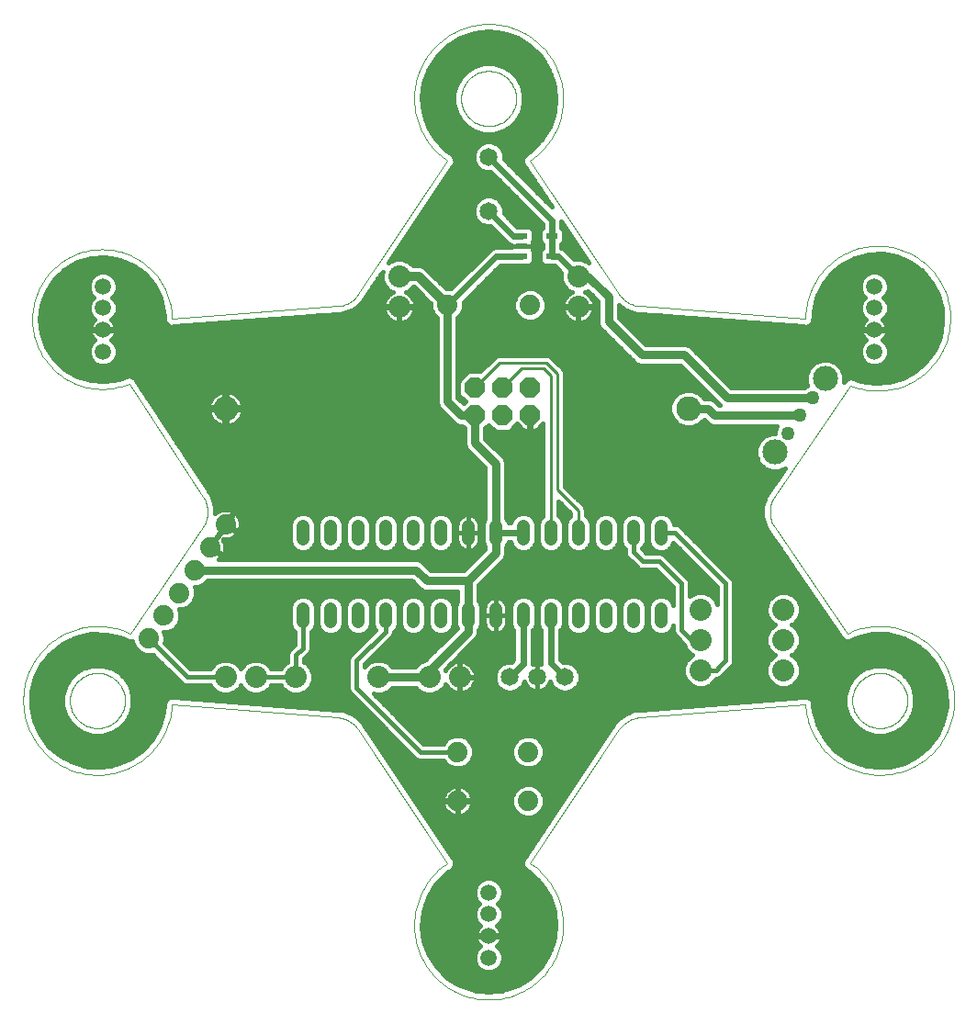
<source format=gtl>
G75*
%MOIN*%
%OFA0B0*%
%FSLAX24Y24*%
%IPPOS*%
%LPD*%
%AMOC8*
5,1,8,0,0,1.08239X$1,22.5*
%
%ADD10C,0.0000*%
%ADD11C,0.0591*%
%ADD12C,0.0740*%
%ADD13C,0.0800*%
%ADD14C,0.0480*%
%ADD15C,0.0650*%
%ADD16R,0.0413X0.0217*%
%ADD17C,0.0495*%
%ADD18C,0.0915*%
%ADD19OC8,0.0740*%
%ADD20C,0.0900*%
%ADD21C,0.0240*%
%ADD22C,0.0150*%
%ADD23C,0.0360*%
%ADD24C,0.0300*%
%ADD25C,0.0220*%
%ADD26C,0.0320*%
%ADD27C,0.0100*%
D10*
X008675Y013175D02*
X014690Y012712D01*
X015445Y012270D02*
X018675Y007425D01*
X018590Y007366D01*
X018508Y007304D01*
X018428Y007239D01*
X018351Y007171D01*
X018276Y007100D01*
X018204Y007026D01*
X018135Y006950D01*
X018069Y006871D01*
X018006Y006789D01*
X017946Y006705D01*
X017889Y006619D01*
X017836Y006531D01*
X017786Y006441D01*
X017739Y006349D01*
X017696Y006256D01*
X017657Y006160D01*
X017621Y006064D01*
X017589Y005966D01*
X017561Y005867D01*
X017536Y005766D01*
X017516Y005666D01*
X017499Y005564D01*
X017486Y005462D01*
X017477Y005359D01*
X017472Y005256D01*
X017471Y005153D01*
X017474Y005050D01*
X017481Y004947D01*
X017491Y004845D01*
X017506Y004743D01*
X017524Y004641D01*
X017546Y004541D01*
X017573Y004441D01*
X017602Y004342D01*
X017636Y004245D01*
X017673Y004149D01*
X017714Y004054D01*
X017759Y003961D01*
X017807Y003870D01*
X017858Y003781D01*
X017913Y003693D01*
X017971Y003608D01*
X018032Y003526D01*
X018097Y003445D01*
X018164Y003367D01*
X018235Y003292D01*
X018308Y003219D01*
X018384Y003150D01*
X018462Y003083D01*
X018543Y003019D01*
X018626Y002958D01*
X018712Y002901D01*
X018800Y002847D01*
X018889Y002796D01*
X018981Y002749D01*
X019074Y002705D01*
X019169Y002665D01*
X019266Y002629D01*
X019363Y002596D01*
X019462Y002567D01*
X019562Y002541D01*
X019663Y002520D01*
X019764Y002502D01*
X019866Y002489D01*
X019969Y002479D01*
X020072Y002473D01*
X020175Y002471D01*
X020278Y002473D01*
X020381Y002479D01*
X020484Y002489D01*
X020586Y002502D01*
X020687Y002520D01*
X020788Y002541D01*
X020888Y002567D01*
X020987Y002596D01*
X021084Y002629D01*
X021181Y002665D01*
X021276Y002705D01*
X021369Y002749D01*
X021461Y002796D01*
X021550Y002847D01*
X021638Y002901D01*
X021724Y002958D01*
X021807Y003019D01*
X021888Y003083D01*
X021966Y003150D01*
X022042Y003219D01*
X022115Y003292D01*
X022186Y003367D01*
X022253Y003445D01*
X022318Y003526D01*
X022379Y003608D01*
X022437Y003693D01*
X022492Y003781D01*
X022543Y003870D01*
X022591Y003961D01*
X022636Y004054D01*
X022677Y004149D01*
X022714Y004245D01*
X022748Y004342D01*
X022777Y004441D01*
X022804Y004541D01*
X022826Y004641D01*
X022844Y004743D01*
X022859Y004845D01*
X022869Y004947D01*
X022876Y005050D01*
X022879Y005153D01*
X022878Y005256D01*
X022873Y005359D01*
X022864Y005462D01*
X022851Y005564D01*
X022834Y005666D01*
X022814Y005766D01*
X022789Y005867D01*
X022761Y005966D01*
X022729Y006064D01*
X022693Y006160D01*
X022654Y006256D01*
X022611Y006349D01*
X022564Y006441D01*
X022514Y006531D01*
X022461Y006619D01*
X022404Y006705D01*
X022344Y006789D01*
X022281Y006871D01*
X022215Y006950D01*
X022146Y007026D01*
X022074Y007100D01*
X021999Y007171D01*
X021922Y007239D01*
X021842Y007304D01*
X021760Y007366D01*
X021675Y007425D01*
X024905Y012270D01*
X025660Y012712D02*
X031675Y013175D01*
X031674Y013175D02*
X031682Y013072D01*
X031694Y012970D01*
X031709Y012868D01*
X031729Y012767D01*
X031752Y012667D01*
X031779Y012568D01*
X031810Y012469D01*
X031844Y012372D01*
X031883Y012277D01*
X031924Y012183D01*
X031970Y012090D01*
X032019Y012000D01*
X032071Y011911D01*
X032126Y011824D01*
X032185Y011740D01*
X032247Y011658D01*
X032313Y011578D01*
X032381Y011501D01*
X032452Y011427D01*
X032526Y011355D01*
X032602Y011286D01*
X032681Y011220D01*
X032763Y011157D01*
X032846Y011097D01*
X032932Y011041D01*
X033021Y010988D01*
X033111Y010938D01*
X033203Y010892D01*
X033296Y010849D01*
X033392Y010810D01*
X033488Y010774D01*
X033586Y010743D01*
X033685Y010715D01*
X033785Y010690D01*
X033886Y010670D01*
X033988Y010653D01*
X034090Y010641D01*
X034192Y010632D01*
X034295Y010627D01*
X034398Y010626D01*
X034501Y010629D01*
X034604Y010636D01*
X034706Y010647D01*
X034808Y010662D01*
X034909Y010680D01*
X035010Y010703D01*
X035109Y010729D01*
X035208Y010759D01*
X035305Y010793D01*
X035401Y010830D01*
X035495Y010871D01*
X035588Y010916D01*
X035679Y010964D01*
X035768Y011015D01*
X035855Y011070D01*
X035940Y011129D01*
X036023Y011190D01*
X036103Y011254D01*
X036181Y011322D01*
X036256Y011392D01*
X036328Y011466D01*
X036398Y011541D01*
X036464Y011620D01*
X036528Y011701D01*
X036588Y011784D01*
X036645Y011870D01*
X036699Y011958D01*
X036750Y012047D01*
X036797Y012139D01*
X036840Y012232D01*
X036880Y012327D01*
X036916Y012423D01*
X036949Y012521D01*
X036978Y012620D01*
X037003Y012720D01*
X037024Y012820D01*
X037041Y012922D01*
X037055Y013024D01*
X037065Y013126D01*
X037070Y013229D01*
X037072Y013332D01*
X037070Y013435D01*
X037064Y013538D01*
X037054Y013640D01*
X037040Y013742D01*
X037022Y013844D01*
X037001Y013944D01*
X036975Y014044D01*
X036946Y014143D01*
X036913Y014240D01*
X036876Y014336D01*
X036836Y014431D01*
X036792Y014524D01*
X036745Y014616D01*
X036694Y014705D01*
X036640Y014793D01*
X036582Y014878D01*
X036522Y014961D01*
X036458Y015042D01*
X036391Y015120D01*
X036321Y015196D01*
X036248Y015269D01*
X036173Y015339D01*
X036095Y015406D01*
X036015Y015470D01*
X035932Y015531D01*
X035847Y015589D01*
X035759Y015644D01*
X035670Y015695D01*
X035579Y015743D01*
X035486Y015787D01*
X035391Y015828D01*
X035295Y015865D01*
X035198Y015898D01*
X035099Y015928D01*
X035000Y015954D01*
X034899Y015976D01*
X034798Y015994D01*
X034696Y016008D01*
X034594Y016019D01*
X034491Y016025D01*
X034388Y016028D01*
X034285Y016027D01*
X034182Y016021D01*
X034080Y016012D01*
X033978Y015999D01*
X033876Y015982D01*
X033775Y015961D01*
X033675Y015937D01*
X033576Y015908D01*
X033478Y015876D01*
X033382Y015840D01*
X033287Y015801D01*
X033193Y015758D01*
X033194Y015757D02*
X030561Y019610D01*
X030560Y019611D02*
X030528Y019661D01*
X030499Y019714D01*
X030473Y019768D01*
X030450Y019823D01*
X030431Y019880D01*
X030415Y019938D01*
X030402Y019996D01*
X030393Y020056D01*
X030388Y020115D01*
X030386Y020175D01*
X030388Y020235D01*
X030393Y020295D01*
X030402Y020354D01*
X030415Y020413D01*
X030431Y020471D01*
X030450Y020527D01*
X030473Y020583D01*
X030499Y020637D01*
X030528Y020689D01*
X030561Y020740D01*
X030561Y020739D02*
X033314Y024764D01*
X033409Y024728D01*
X033505Y024695D01*
X033603Y024666D01*
X033701Y024641D01*
X033801Y024619D01*
X033901Y024602D01*
X034002Y024588D01*
X034103Y024579D01*
X034204Y024573D01*
X034306Y024571D01*
X034408Y024573D01*
X034509Y024579D01*
X034610Y024589D01*
X034711Y024603D01*
X034811Y024621D01*
X034911Y024642D01*
X035009Y024668D01*
X035106Y024697D01*
X035203Y024730D01*
X035297Y024766D01*
X035391Y024807D01*
X035482Y024851D01*
X035572Y024898D01*
X035660Y024949D01*
X035747Y025003D01*
X035830Y025060D01*
X035912Y025121D01*
X035991Y025185D01*
X036068Y025252D01*
X036142Y025321D01*
X036213Y025394D01*
X036281Y025469D01*
X036347Y025547D01*
X036409Y025627D01*
X036468Y025710D01*
X036524Y025795D01*
X036577Y025882D01*
X036626Y025971D01*
X036672Y026062D01*
X036714Y026154D01*
X036753Y026248D01*
X036788Y026344D01*
X036819Y026440D01*
X036847Y026538D01*
X036870Y026637D01*
X036890Y026737D01*
X036906Y026837D01*
X036918Y026938D01*
X036926Y027040D01*
X036930Y027141D01*
X036931Y027243D01*
X036927Y027344D01*
X036919Y027446D01*
X036908Y027547D01*
X036892Y027647D01*
X036873Y027747D01*
X036850Y027846D01*
X036823Y027944D01*
X036792Y028041D01*
X036758Y028137D01*
X036720Y028231D01*
X036678Y028324D01*
X036633Y028415D01*
X036584Y028504D01*
X036532Y028591D01*
X036476Y028676D01*
X036418Y028759D01*
X036356Y028840D01*
X036291Y028918D01*
X036223Y028994D01*
X036152Y029067D01*
X036078Y029137D01*
X036002Y029204D01*
X035923Y029268D01*
X035842Y029329D01*
X035758Y029387D01*
X035673Y029442D01*
X035585Y029493D01*
X035495Y029541D01*
X035404Y029585D01*
X035310Y029626D01*
X035216Y029663D01*
X035120Y029697D01*
X035023Y029727D01*
X034924Y029753D01*
X034825Y029775D01*
X034725Y029793D01*
X034624Y029807D01*
X034523Y029818D01*
X034422Y029824D01*
X034320Y029827D01*
X034218Y029826D01*
X034117Y029820D01*
X034016Y029811D01*
X033915Y029798D01*
X033815Y029781D01*
X033715Y029760D01*
X033616Y029736D01*
X033519Y029707D01*
X033422Y029675D01*
X033327Y029639D01*
X033234Y029600D01*
X033141Y029556D01*
X033051Y029510D01*
X032963Y029460D01*
X032876Y029406D01*
X032792Y029349D01*
X032710Y029289D01*
X032630Y029226D01*
X032553Y029160D01*
X032479Y029091D01*
X032407Y029019D01*
X032338Y028944D01*
X032272Y028867D01*
X032209Y028787D01*
X032149Y028705D01*
X032092Y028620D01*
X032039Y028534D01*
X031989Y028445D01*
X031943Y028355D01*
X031900Y028262D01*
X031860Y028169D01*
X031825Y028073D01*
X031793Y027977D01*
X031765Y027879D01*
X031740Y027780D01*
X031720Y027681D01*
X031703Y027581D01*
X031690Y027480D01*
X031681Y027378D01*
X031676Y027277D01*
X031675Y027175D01*
X025660Y027638D01*
X024905Y028080D02*
X021675Y032925D01*
X019175Y035175D02*
X019177Y035238D01*
X019183Y035300D01*
X019193Y035362D01*
X019206Y035424D01*
X019224Y035484D01*
X019245Y035543D01*
X019270Y035601D01*
X019299Y035657D01*
X019331Y035711D01*
X019366Y035763D01*
X019404Y035812D01*
X019446Y035860D01*
X019490Y035904D01*
X019538Y035946D01*
X019587Y035984D01*
X019639Y036019D01*
X019693Y036051D01*
X019749Y036080D01*
X019807Y036105D01*
X019866Y036126D01*
X019926Y036144D01*
X019988Y036157D01*
X020050Y036167D01*
X020112Y036173D01*
X020175Y036175D01*
X020238Y036173D01*
X020300Y036167D01*
X020362Y036157D01*
X020424Y036144D01*
X020484Y036126D01*
X020543Y036105D01*
X020601Y036080D01*
X020657Y036051D01*
X020711Y036019D01*
X020763Y035984D01*
X020812Y035946D01*
X020860Y035904D01*
X020904Y035860D01*
X020946Y035812D01*
X020984Y035763D01*
X021019Y035711D01*
X021051Y035657D01*
X021080Y035601D01*
X021105Y035543D01*
X021126Y035484D01*
X021144Y035424D01*
X021157Y035362D01*
X021167Y035300D01*
X021173Y035238D01*
X021175Y035175D01*
X021173Y035112D01*
X021167Y035050D01*
X021157Y034988D01*
X021144Y034926D01*
X021126Y034866D01*
X021105Y034807D01*
X021080Y034749D01*
X021051Y034693D01*
X021019Y034639D01*
X020984Y034587D01*
X020946Y034538D01*
X020904Y034490D01*
X020860Y034446D01*
X020812Y034404D01*
X020763Y034366D01*
X020711Y034331D01*
X020657Y034299D01*
X020601Y034270D01*
X020543Y034245D01*
X020484Y034224D01*
X020424Y034206D01*
X020362Y034193D01*
X020300Y034183D01*
X020238Y034177D01*
X020175Y034175D01*
X020112Y034177D01*
X020050Y034183D01*
X019988Y034193D01*
X019926Y034206D01*
X019866Y034224D01*
X019807Y034245D01*
X019749Y034270D01*
X019693Y034299D01*
X019639Y034331D01*
X019587Y034366D01*
X019538Y034404D01*
X019490Y034446D01*
X019446Y034490D01*
X019404Y034538D01*
X019366Y034587D01*
X019331Y034639D01*
X019299Y034693D01*
X019270Y034749D01*
X019245Y034807D01*
X019224Y034866D01*
X019206Y034926D01*
X019193Y034988D01*
X019183Y035050D01*
X019177Y035112D01*
X019175Y035175D01*
X018675Y032925D02*
X018590Y032984D01*
X018508Y033046D01*
X018428Y033111D01*
X018351Y033179D01*
X018276Y033250D01*
X018204Y033324D01*
X018135Y033400D01*
X018069Y033479D01*
X018006Y033561D01*
X017946Y033645D01*
X017889Y033731D01*
X017836Y033819D01*
X017786Y033909D01*
X017739Y034001D01*
X017696Y034094D01*
X017657Y034190D01*
X017621Y034286D01*
X017589Y034384D01*
X017561Y034483D01*
X017536Y034584D01*
X017516Y034684D01*
X017499Y034786D01*
X017486Y034888D01*
X017477Y034991D01*
X017472Y035094D01*
X017471Y035197D01*
X017474Y035300D01*
X017481Y035403D01*
X017491Y035505D01*
X017506Y035607D01*
X017524Y035709D01*
X017546Y035809D01*
X017573Y035909D01*
X017602Y036008D01*
X017636Y036105D01*
X017673Y036201D01*
X017714Y036296D01*
X017759Y036389D01*
X017807Y036480D01*
X017858Y036569D01*
X017913Y036657D01*
X017971Y036742D01*
X018032Y036824D01*
X018097Y036905D01*
X018164Y036983D01*
X018235Y037058D01*
X018308Y037131D01*
X018384Y037200D01*
X018462Y037267D01*
X018543Y037331D01*
X018626Y037392D01*
X018712Y037449D01*
X018800Y037503D01*
X018889Y037554D01*
X018981Y037601D01*
X019074Y037645D01*
X019169Y037685D01*
X019266Y037721D01*
X019363Y037754D01*
X019462Y037783D01*
X019562Y037809D01*
X019663Y037830D01*
X019764Y037848D01*
X019866Y037861D01*
X019969Y037871D01*
X020072Y037877D01*
X020175Y037879D01*
X020278Y037877D01*
X020381Y037871D01*
X020484Y037861D01*
X020586Y037848D01*
X020687Y037830D01*
X020788Y037809D01*
X020888Y037783D01*
X020987Y037754D01*
X021084Y037721D01*
X021181Y037685D01*
X021276Y037645D01*
X021369Y037601D01*
X021461Y037554D01*
X021550Y037503D01*
X021638Y037449D01*
X021724Y037392D01*
X021807Y037331D01*
X021888Y037267D01*
X021966Y037200D01*
X022042Y037131D01*
X022115Y037058D01*
X022186Y036983D01*
X022253Y036905D01*
X022318Y036824D01*
X022379Y036742D01*
X022437Y036657D01*
X022492Y036569D01*
X022543Y036480D01*
X022591Y036389D01*
X022636Y036296D01*
X022677Y036201D01*
X022714Y036105D01*
X022748Y036008D01*
X022777Y035909D01*
X022804Y035809D01*
X022826Y035709D01*
X022844Y035607D01*
X022859Y035505D01*
X022869Y035403D01*
X022876Y035300D01*
X022879Y035197D01*
X022878Y035094D01*
X022873Y034991D01*
X022864Y034888D01*
X022851Y034786D01*
X022834Y034684D01*
X022814Y034584D01*
X022789Y034483D01*
X022761Y034384D01*
X022729Y034286D01*
X022693Y034190D01*
X022654Y034094D01*
X022611Y034001D01*
X022564Y033909D01*
X022514Y033819D01*
X022461Y033731D01*
X022404Y033645D01*
X022344Y033561D01*
X022281Y033479D01*
X022215Y033400D01*
X022146Y033324D01*
X022074Y033250D01*
X021999Y033179D01*
X021922Y033111D01*
X021842Y033046D01*
X021760Y032984D01*
X021675Y032925D01*
X018675Y032925D02*
X015445Y028080D01*
X014690Y027638D02*
X008675Y027175D01*
X008673Y027274D01*
X008667Y027374D01*
X008657Y027473D01*
X008643Y027572D01*
X008625Y027670D01*
X008603Y027767D01*
X008578Y027863D01*
X008549Y027958D01*
X008516Y028052D01*
X008479Y028145D01*
X008439Y028236D01*
X008395Y028325D01*
X008348Y028413D01*
X008298Y028499D01*
X008244Y028583D01*
X008186Y028664D01*
X008126Y028743D01*
X008063Y028820D01*
X007996Y028894D01*
X007927Y028966D01*
X007855Y029035D01*
X007780Y029101D01*
X007703Y029164D01*
X007624Y029223D01*
X007542Y029280D01*
X007458Y029334D01*
X007372Y029384D01*
X007284Y029430D01*
X007194Y029474D01*
X007103Y029513D01*
X007010Y029549D01*
X006916Y029581D01*
X006820Y029610D01*
X006724Y029635D01*
X006626Y029656D01*
X006528Y029673D01*
X006430Y029686D01*
X006330Y029696D01*
X006231Y029701D01*
X006131Y029703D01*
X006032Y029701D01*
X005933Y029694D01*
X005833Y029684D01*
X005735Y029670D01*
X005637Y029653D01*
X005540Y029631D01*
X005443Y029605D01*
X005348Y029576D01*
X005254Y029543D01*
X005162Y029507D01*
X005071Y029466D01*
X004981Y029423D01*
X004893Y029375D01*
X004808Y029325D01*
X004724Y029271D01*
X004643Y029213D01*
X004563Y029153D01*
X004487Y029090D01*
X004412Y029023D01*
X004341Y028954D01*
X004272Y028882D01*
X004206Y028807D01*
X004143Y028730D01*
X004084Y028650D01*
X004027Y028568D01*
X003974Y028484D01*
X003924Y028398D01*
X003877Y028310D01*
X003834Y028220D01*
X003794Y028129D01*
X003758Y028036D01*
X003726Y027942D01*
X003698Y027847D01*
X003673Y027750D01*
X003652Y027653D01*
X003635Y027555D01*
X003621Y027456D01*
X003612Y027357D01*
X003607Y027257D01*
X003605Y027158D01*
X003607Y027058D01*
X003614Y026959D01*
X003624Y026860D01*
X003638Y026761D01*
X003656Y026663D01*
X003677Y026566D01*
X003703Y026470D01*
X003732Y026375D01*
X003765Y026281D01*
X003802Y026188D01*
X003842Y026097D01*
X003886Y026008D01*
X003933Y025920D01*
X003984Y025834D01*
X004038Y025751D01*
X004096Y025669D01*
X004156Y025590D01*
X004219Y025513D01*
X004286Y025439D01*
X004355Y025368D01*
X004427Y025299D01*
X004502Y025233D01*
X004579Y025170D01*
X004659Y025111D01*
X004741Y025054D01*
X004825Y025001D01*
X004911Y024951D01*
X004999Y024904D01*
X005089Y024861D01*
X005180Y024822D01*
X005273Y024786D01*
X005368Y024754D01*
X005463Y024725D01*
X005559Y024700D01*
X005657Y024679D01*
X005755Y024662D01*
X005854Y024649D01*
X005953Y024640D01*
X006052Y024635D01*
X006152Y024633D01*
X006251Y024635D01*
X006351Y024642D01*
X006450Y024652D01*
X006548Y024666D01*
X006646Y024684D01*
X006743Y024706D01*
X006840Y024731D01*
X006935Y024761D01*
X007029Y024794D01*
X007121Y024831D01*
X007121Y024830D02*
X009808Y020735D01*
X009808Y020734D02*
X009841Y020682D01*
X009870Y020627D01*
X009895Y020570D01*
X009917Y020512D01*
X009936Y020453D01*
X009950Y020392D01*
X009961Y020331D01*
X009968Y020270D01*
X009972Y020208D01*
X009971Y020146D01*
X009967Y020084D01*
X009958Y020022D01*
X009946Y019961D01*
X009931Y019901D01*
X009911Y019842D01*
X009888Y019785D01*
X009861Y019729D01*
X009831Y019674D01*
X009798Y019622D01*
X009797Y019622D02*
X007156Y015757D01*
X007157Y015757D02*
X007064Y015800D01*
X006969Y015840D01*
X006872Y015875D01*
X006774Y015908D01*
X006675Y015936D01*
X006575Y015961D01*
X006475Y015981D01*
X006373Y015998D01*
X006271Y016011D01*
X006169Y016020D01*
X006066Y016026D01*
X005963Y016027D01*
X005860Y016024D01*
X005757Y016018D01*
X005655Y016007D01*
X005553Y015993D01*
X005452Y015975D01*
X005351Y015953D01*
X005252Y015927D01*
X005153Y015897D01*
X005056Y015864D01*
X004960Y015827D01*
X004865Y015786D01*
X004772Y015742D01*
X004681Y015694D01*
X004592Y015643D01*
X004505Y015588D01*
X004420Y015531D01*
X004337Y015469D01*
X004256Y015405D01*
X004179Y015338D01*
X004103Y015268D01*
X004031Y015195D01*
X003961Y015119D01*
X003894Y015041D01*
X003830Y014961D01*
X003770Y014877D01*
X003712Y014792D01*
X003658Y014705D01*
X003607Y014615D01*
X003560Y014524D01*
X003516Y014431D01*
X003476Y014336D01*
X003439Y014240D01*
X003406Y014142D01*
X003377Y014044D01*
X003351Y013944D01*
X003330Y013843D01*
X003312Y013742D01*
X003298Y013640D01*
X003288Y013538D01*
X003282Y013435D01*
X003280Y013332D01*
X003282Y013229D01*
X003287Y013126D01*
X003297Y013024D01*
X003311Y012922D01*
X003328Y012820D01*
X003349Y012720D01*
X003374Y012620D01*
X003403Y012521D01*
X003436Y012424D01*
X003472Y012327D01*
X003512Y012232D01*
X003555Y012139D01*
X003602Y012048D01*
X003653Y011958D01*
X003707Y011870D01*
X003764Y011785D01*
X003824Y011701D01*
X003888Y011620D01*
X003954Y011542D01*
X004024Y011466D01*
X004096Y011393D01*
X004171Y011323D01*
X004249Y011255D01*
X004329Y011191D01*
X004412Y011129D01*
X004497Y011071D01*
X004584Y011016D01*
X004673Y010965D01*
X004764Y010917D01*
X004856Y010872D01*
X004951Y010831D01*
X005047Y010794D01*
X005144Y010760D01*
X005242Y010730D01*
X005342Y010704D01*
X005442Y010681D01*
X005543Y010663D01*
X005645Y010648D01*
X005747Y010637D01*
X005850Y010630D01*
X005953Y010627D01*
X006056Y010628D01*
X006159Y010633D01*
X006261Y010642D01*
X006363Y010654D01*
X006465Y010671D01*
X006566Y010691D01*
X006666Y010716D01*
X006765Y010744D01*
X006863Y010775D01*
X006959Y010811D01*
X007054Y010850D01*
X007148Y010893D01*
X007240Y010939D01*
X007330Y010989D01*
X007418Y011042D01*
X007504Y011098D01*
X007588Y011158D01*
X007669Y011221D01*
X007748Y011287D01*
X007825Y011356D01*
X007899Y011427D01*
X007970Y011502D01*
X008038Y011579D01*
X008103Y011659D01*
X008165Y011741D01*
X008224Y011825D01*
X008279Y011912D01*
X008332Y012000D01*
X008380Y012091D01*
X008426Y012183D01*
X008468Y012277D01*
X008506Y012373D01*
X008540Y012470D01*
X008571Y012568D01*
X008598Y012667D01*
X008621Y012768D01*
X008641Y012869D01*
X008656Y012970D01*
X008668Y013073D01*
X008676Y013175D01*
X004975Y013325D02*
X004977Y013388D01*
X004983Y013450D01*
X004993Y013512D01*
X005006Y013574D01*
X005024Y013634D01*
X005045Y013693D01*
X005070Y013751D01*
X005099Y013807D01*
X005131Y013861D01*
X005166Y013913D01*
X005204Y013962D01*
X005246Y014010D01*
X005290Y014054D01*
X005338Y014096D01*
X005387Y014134D01*
X005439Y014169D01*
X005493Y014201D01*
X005549Y014230D01*
X005607Y014255D01*
X005666Y014276D01*
X005726Y014294D01*
X005788Y014307D01*
X005850Y014317D01*
X005912Y014323D01*
X005975Y014325D01*
X006038Y014323D01*
X006100Y014317D01*
X006162Y014307D01*
X006224Y014294D01*
X006284Y014276D01*
X006343Y014255D01*
X006401Y014230D01*
X006457Y014201D01*
X006511Y014169D01*
X006563Y014134D01*
X006612Y014096D01*
X006660Y014054D01*
X006704Y014010D01*
X006746Y013962D01*
X006784Y013913D01*
X006819Y013861D01*
X006851Y013807D01*
X006880Y013751D01*
X006905Y013693D01*
X006926Y013634D01*
X006944Y013574D01*
X006957Y013512D01*
X006967Y013450D01*
X006973Y013388D01*
X006975Y013325D01*
X006973Y013262D01*
X006967Y013200D01*
X006957Y013138D01*
X006944Y013076D01*
X006926Y013016D01*
X006905Y012957D01*
X006880Y012899D01*
X006851Y012843D01*
X006819Y012789D01*
X006784Y012737D01*
X006746Y012688D01*
X006704Y012640D01*
X006660Y012596D01*
X006612Y012554D01*
X006563Y012516D01*
X006511Y012481D01*
X006457Y012449D01*
X006401Y012420D01*
X006343Y012395D01*
X006284Y012374D01*
X006224Y012356D01*
X006162Y012343D01*
X006100Y012333D01*
X006038Y012327D01*
X005975Y012325D01*
X005912Y012327D01*
X005850Y012333D01*
X005788Y012343D01*
X005726Y012356D01*
X005666Y012374D01*
X005607Y012395D01*
X005549Y012420D01*
X005493Y012449D01*
X005439Y012481D01*
X005387Y012516D01*
X005338Y012554D01*
X005290Y012596D01*
X005246Y012640D01*
X005204Y012688D01*
X005166Y012737D01*
X005131Y012789D01*
X005099Y012843D01*
X005070Y012899D01*
X005045Y012957D01*
X005024Y013016D01*
X005006Y013076D01*
X004993Y013138D01*
X004983Y013200D01*
X004977Y013262D01*
X004975Y013325D01*
X014690Y012712D02*
X014750Y012706D01*
X014809Y012696D01*
X014868Y012682D01*
X014926Y012665D01*
X014983Y012644D01*
X015038Y012620D01*
X015092Y012593D01*
X015144Y012562D01*
X015194Y012529D01*
X015242Y012492D01*
X015288Y012453D01*
X015331Y012411D01*
X015372Y012366D01*
X015410Y012319D01*
X015445Y012270D01*
X024905Y012270D02*
X024940Y012319D01*
X024978Y012366D01*
X025019Y012411D01*
X025062Y012453D01*
X025108Y012492D01*
X025156Y012529D01*
X025206Y012562D01*
X025258Y012593D01*
X025312Y012620D01*
X025367Y012644D01*
X025424Y012665D01*
X025482Y012682D01*
X025541Y012696D01*
X025600Y012706D01*
X025660Y012712D01*
X033375Y013325D02*
X033377Y013388D01*
X033383Y013450D01*
X033393Y013512D01*
X033406Y013574D01*
X033424Y013634D01*
X033445Y013693D01*
X033470Y013751D01*
X033499Y013807D01*
X033531Y013861D01*
X033566Y013913D01*
X033604Y013962D01*
X033646Y014010D01*
X033690Y014054D01*
X033738Y014096D01*
X033787Y014134D01*
X033839Y014169D01*
X033893Y014201D01*
X033949Y014230D01*
X034007Y014255D01*
X034066Y014276D01*
X034126Y014294D01*
X034188Y014307D01*
X034250Y014317D01*
X034312Y014323D01*
X034375Y014325D01*
X034438Y014323D01*
X034500Y014317D01*
X034562Y014307D01*
X034624Y014294D01*
X034684Y014276D01*
X034743Y014255D01*
X034801Y014230D01*
X034857Y014201D01*
X034911Y014169D01*
X034963Y014134D01*
X035012Y014096D01*
X035060Y014054D01*
X035104Y014010D01*
X035146Y013962D01*
X035184Y013913D01*
X035219Y013861D01*
X035251Y013807D01*
X035280Y013751D01*
X035305Y013693D01*
X035326Y013634D01*
X035344Y013574D01*
X035357Y013512D01*
X035367Y013450D01*
X035373Y013388D01*
X035375Y013325D01*
X035373Y013262D01*
X035367Y013200D01*
X035357Y013138D01*
X035344Y013076D01*
X035326Y013016D01*
X035305Y012957D01*
X035280Y012899D01*
X035251Y012843D01*
X035219Y012789D01*
X035184Y012737D01*
X035146Y012688D01*
X035104Y012640D01*
X035060Y012596D01*
X035012Y012554D01*
X034963Y012516D01*
X034911Y012481D01*
X034857Y012449D01*
X034801Y012420D01*
X034743Y012395D01*
X034684Y012374D01*
X034624Y012356D01*
X034562Y012343D01*
X034500Y012333D01*
X034438Y012327D01*
X034375Y012325D01*
X034312Y012327D01*
X034250Y012333D01*
X034188Y012343D01*
X034126Y012356D01*
X034066Y012374D01*
X034007Y012395D01*
X033949Y012420D01*
X033893Y012449D01*
X033839Y012481D01*
X033787Y012516D01*
X033738Y012554D01*
X033690Y012596D01*
X033646Y012640D01*
X033604Y012688D01*
X033566Y012737D01*
X033531Y012789D01*
X033499Y012843D01*
X033470Y012899D01*
X033445Y012957D01*
X033424Y013016D01*
X033406Y013076D01*
X033393Y013138D01*
X033383Y013200D01*
X033377Y013262D01*
X033375Y013325D01*
X025660Y027638D02*
X025600Y027644D01*
X025541Y027654D01*
X025482Y027668D01*
X025424Y027685D01*
X025367Y027706D01*
X025312Y027730D01*
X025258Y027757D01*
X025206Y027788D01*
X025156Y027821D01*
X025108Y027858D01*
X025062Y027897D01*
X025019Y027939D01*
X024978Y027984D01*
X024940Y028031D01*
X024905Y028080D01*
X015445Y028080D02*
X015410Y028031D01*
X015372Y027984D01*
X015331Y027939D01*
X015288Y027897D01*
X015242Y027858D01*
X015194Y027821D01*
X015144Y027788D01*
X015092Y027757D01*
X015038Y027730D01*
X014983Y027706D01*
X014926Y027685D01*
X014868Y027668D01*
X014809Y027654D01*
X014750Y027644D01*
X014690Y027638D01*
D11*
X006175Y027569D03*
X006175Y028356D03*
X006175Y026781D03*
X006175Y025994D03*
X020175Y006356D03*
X020175Y005569D03*
X020175Y004781D03*
X020175Y003994D03*
X034175Y025994D03*
X034175Y026781D03*
X034175Y027569D03*
X034175Y028356D03*
D12*
X021675Y027675D03*
X018675Y027675D03*
X010621Y019720D03*
X010062Y018891D03*
X009503Y018062D03*
X008943Y017233D03*
X008384Y016404D03*
X007825Y015575D03*
X019045Y011465D03*
X019045Y009685D03*
X021605Y009685D03*
X021605Y011465D03*
D13*
X019125Y014175D03*
X018025Y014175D03*
X016175Y014175D03*
X013175Y014175D03*
X011725Y014175D03*
X010625Y014175D03*
X016925Y027625D03*
X016925Y028725D03*
X023425Y028725D03*
X023425Y027625D03*
X027875Y016625D03*
X027875Y015525D03*
X027875Y014425D03*
X030875Y014425D03*
X030875Y015525D03*
X030875Y016625D03*
D14*
X026425Y016665D02*
X026425Y016185D01*
X025425Y016185D02*
X025425Y016665D01*
X024425Y016665D02*
X024425Y016185D01*
X023425Y016185D02*
X023425Y016665D01*
X022425Y016665D02*
X022425Y016185D01*
X021425Y016185D02*
X021425Y016665D01*
X020425Y016665D02*
X020425Y016185D01*
X019425Y016185D02*
X019425Y016665D01*
X018425Y016665D02*
X018425Y016185D01*
X017425Y016185D02*
X017425Y016665D01*
X016425Y016665D02*
X016425Y016185D01*
X015425Y016185D02*
X015425Y016665D01*
X014425Y016665D02*
X014425Y016185D01*
X013425Y016185D02*
X013425Y016665D01*
X013425Y019185D02*
X013425Y019665D01*
X014425Y019665D02*
X014425Y019185D01*
X015425Y019185D02*
X015425Y019665D01*
X016425Y019665D02*
X016425Y019185D01*
X017425Y019185D02*
X017425Y019665D01*
X018425Y019665D02*
X018425Y019185D01*
X019425Y019185D02*
X019425Y019665D01*
X020425Y019665D02*
X020425Y019185D01*
X021425Y019185D02*
X021425Y019665D01*
X022425Y019665D02*
X022425Y019185D01*
X023425Y019185D02*
X023425Y019665D01*
X024425Y019665D02*
X024425Y019185D01*
X025425Y019185D02*
X025425Y019665D01*
X026425Y019665D02*
X026425Y019185D01*
D15*
X022935Y014175D03*
X021935Y014175D03*
X020935Y014175D03*
X020175Y031090D03*
X020175Y033060D03*
D16*
X021374Y030199D03*
X021374Y029825D03*
X021374Y029451D03*
X022476Y029451D03*
X022476Y030199D03*
D17*
X031028Y023024D03*
X031475Y023675D03*
X031922Y024326D03*
D18*
X032390Y025006D03*
X030560Y022344D03*
D19*
X021675Y023675D03*
X020675Y023675D03*
X020675Y024675D03*
X021675Y024675D03*
X019675Y024675D03*
X019675Y023675D03*
D20*
X027425Y023925D03*
X010625Y023925D03*
D21*
X020425Y019425D02*
X021425Y019425D01*
X021425Y016425D02*
X021425Y014665D01*
X020935Y014175D01*
X022425Y014685D02*
X022935Y014175D01*
X022425Y014685D02*
X022425Y016425D01*
D22*
X005096Y011069D02*
X004621Y011319D01*
X004212Y011667D01*
X003890Y012097D01*
X003670Y012588D01*
X003564Y013115D01*
X003577Y013652D01*
X003707Y014173D01*
X003949Y014653D01*
X004291Y015067D01*
X004716Y015396D01*
X005203Y015624D01*
X005728Y015738D01*
X006265Y015735D01*
X006788Y015613D01*
X007023Y015515D01*
X007046Y015499D01*
X007067Y015494D01*
X007086Y015485D01*
X007120Y015483D01*
X007154Y015476D01*
X007174Y015480D01*
X007195Y015479D01*
X007227Y015490D01*
X007230Y015491D01*
X007230Y015457D01*
X007321Y015238D01*
X007488Y015071D01*
X007707Y014980D01*
X007943Y014980D01*
X007980Y014995D01*
X009055Y013921D01*
X009165Y013875D01*
X010073Y013875D01*
X010095Y013821D01*
X010271Y013645D01*
X010501Y013550D01*
X010749Y013550D01*
X010979Y013645D01*
X011155Y013821D01*
X011175Y013870D01*
X011195Y013821D01*
X011371Y013645D01*
X011601Y013550D01*
X011849Y013550D01*
X012079Y013645D01*
X012255Y013821D01*
X012277Y013875D01*
X012623Y013875D01*
X012645Y013821D01*
X012821Y013645D01*
X013051Y013550D01*
X013299Y013550D01*
X013529Y013645D01*
X013705Y013821D01*
X013800Y014051D01*
X013800Y014299D01*
X013705Y014529D01*
X013529Y014705D01*
X013475Y014727D01*
X013475Y014851D01*
X013679Y015055D01*
X013725Y015165D01*
X013725Y015827D01*
X013819Y015922D01*
X013890Y016093D01*
X013890Y016757D01*
X013819Y016928D01*
X013688Y017059D01*
X013517Y017130D01*
X013333Y017130D01*
X013162Y017059D01*
X013031Y016928D01*
X012960Y016757D01*
X012960Y016093D01*
X013031Y015922D01*
X013125Y015827D01*
X013125Y015349D01*
X013005Y015229D01*
X012921Y015145D01*
X012875Y015035D01*
X012875Y014727D01*
X012821Y014705D01*
X012645Y014529D01*
X012623Y014475D01*
X012277Y014475D01*
X012255Y014529D01*
X012079Y014705D01*
X011849Y014800D01*
X011601Y014800D01*
X011371Y014705D01*
X011195Y014529D01*
X011175Y014480D01*
X011155Y014529D01*
X010979Y014705D01*
X010749Y014800D01*
X010501Y014800D01*
X010271Y014705D01*
X010095Y014529D01*
X010073Y014475D01*
X009349Y014475D01*
X008405Y015420D01*
X008420Y015457D01*
X008420Y015693D01*
X008372Y015809D01*
X008503Y015809D01*
X008721Y015900D01*
X008889Y016067D01*
X008979Y016286D01*
X008979Y016522D01*
X008931Y016638D01*
X009062Y016638D01*
X009280Y016729D01*
X009448Y016896D01*
X009538Y017115D01*
X009538Y017351D01*
X009490Y017467D01*
X009621Y017467D01*
X009840Y017558D01*
X009969Y017687D01*
X017383Y017687D01*
X017713Y017357D01*
X017850Y017300D01*
X019050Y017300D01*
X019050Y016948D01*
X019031Y016928D01*
X018960Y016757D01*
X018960Y016093D01*
X019019Y015950D01*
X017848Y014778D01*
X017671Y014705D01*
X017516Y014550D01*
X016684Y014550D01*
X016529Y014705D01*
X016299Y014800D01*
X016051Y014800D01*
X015821Y014705D01*
X015675Y014559D01*
X015675Y014651D01*
X016679Y015655D01*
X016725Y015765D01*
X016725Y015827D01*
X016819Y015922D01*
X016890Y016093D01*
X016890Y016757D01*
X016819Y016928D01*
X016688Y017059D01*
X016517Y017130D01*
X016333Y017130D01*
X016162Y017059D01*
X016031Y016928D01*
X015960Y016757D01*
X015960Y016093D01*
X016031Y015922D01*
X016064Y015888D01*
X015205Y015029D01*
X015121Y014945D01*
X015075Y014835D01*
X015075Y013715D01*
X015121Y013605D01*
X017431Y011295D01*
X017515Y011211D01*
X017625Y011165D01*
X018525Y011165D01*
X018541Y011128D01*
X018708Y010961D01*
X018927Y010870D01*
X019163Y010870D01*
X019382Y010961D01*
X019549Y011128D01*
X019640Y011347D01*
X019640Y011583D01*
X019549Y011802D01*
X019382Y011969D01*
X019163Y012060D01*
X018927Y012060D01*
X018708Y011969D01*
X018541Y011802D01*
X018525Y011765D01*
X017809Y011765D01*
X016006Y013569D01*
X016051Y013550D01*
X016299Y013550D01*
X016529Y013645D01*
X016684Y013800D01*
X017516Y013800D01*
X017671Y013645D01*
X017901Y013550D01*
X018149Y013550D01*
X018379Y013645D01*
X018555Y013821D01*
X018602Y013935D01*
X018633Y013874D01*
X018686Y013800D01*
X018750Y013736D01*
X018824Y013683D01*
X018904Y013642D01*
X018990Y013614D01*
X019080Y013600D01*
X019100Y013600D01*
X019100Y014150D01*
X019150Y014150D01*
X019150Y014200D01*
X019100Y014200D01*
X019100Y014750D01*
X019080Y014750D01*
X018990Y014736D01*
X018904Y014708D01*
X018824Y014667D01*
X018750Y014614D01*
X018686Y014550D01*
X018633Y014476D01*
X018602Y014415D01*
X018585Y014455D01*
X019743Y015613D01*
X019800Y015750D01*
X019800Y015902D01*
X019819Y015922D01*
X019890Y016093D01*
X019890Y016757D01*
X019819Y016928D01*
X019800Y016948D01*
X019800Y017520D01*
X020743Y018463D01*
X020800Y018600D01*
X020800Y018902D01*
X020819Y018922D01*
X020885Y019080D01*
X020965Y019080D01*
X021031Y018922D01*
X021162Y018791D01*
X021333Y018720D01*
X021517Y018720D01*
X021688Y018791D01*
X021819Y018922D01*
X021890Y019093D01*
X021890Y019757D01*
X021819Y019928D01*
X021688Y020059D01*
X021517Y020130D01*
X021333Y020130D01*
X021162Y020059D01*
X021031Y019928D01*
X020965Y019770D01*
X020885Y019770D01*
X020819Y019928D01*
X020800Y019948D01*
X020800Y022000D01*
X020743Y022137D01*
X020050Y022830D01*
X020050Y023209D01*
X020175Y023334D01*
X020429Y023080D01*
X020921Y023080D01*
X021210Y023369D01*
X021449Y023130D01*
X021650Y023130D01*
X021650Y023650D01*
X021700Y023650D01*
X021700Y023130D01*
X021901Y023130D01*
X022150Y023379D01*
X022150Y020048D01*
X022031Y019928D01*
X021960Y019757D01*
X021960Y019093D01*
X022031Y018922D01*
X022162Y018791D01*
X022333Y018720D01*
X022517Y018720D01*
X022688Y018791D01*
X022819Y018922D01*
X022890Y019093D01*
X022890Y019757D01*
X022819Y019928D01*
X022700Y020048D01*
X022700Y020561D01*
X023150Y020111D01*
X023150Y020048D01*
X023031Y019928D01*
X022960Y019757D01*
X022960Y019093D01*
X023031Y018922D01*
X023162Y018791D01*
X023333Y018720D01*
X023517Y018720D01*
X023688Y018791D01*
X023819Y018922D01*
X023890Y019093D01*
X023890Y019757D01*
X023819Y019928D01*
X023700Y020048D01*
X023700Y020280D01*
X023658Y020381D01*
X022950Y021089D01*
X022950Y025230D01*
X022908Y025331D01*
X022831Y025408D01*
X022831Y025408D01*
X022508Y025731D01*
X022431Y025808D01*
X022330Y025850D01*
X020520Y025850D01*
X020419Y025808D01*
X020342Y025731D01*
X020342Y025731D01*
X019881Y025270D01*
X019429Y025270D01*
X019080Y024921D01*
X019080Y024429D01*
X019334Y024175D01*
X019269Y024111D01*
X019050Y024330D01*
X019050Y027209D01*
X019179Y027338D01*
X019270Y027557D01*
X019270Y027793D01*
X019269Y027795D01*
X020590Y029116D01*
X021440Y029116D01*
X021445Y029118D01*
X021674Y029118D01*
X021806Y029250D01*
X021806Y029652D01*
X021756Y029702D01*
X021756Y029825D01*
X021374Y029825D01*
X021756Y029825D01*
X021756Y029948D01*
X021806Y029998D01*
X021806Y030400D01*
X021674Y030532D01*
X021445Y030532D01*
X021440Y030534D01*
X021205Y030534D01*
X020725Y031014D01*
X020725Y031199D01*
X020641Y031402D01*
X020487Y031556D01*
X020284Y031640D01*
X020066Y031640D01*
X019863Y031556D01*
X019709Y031402D01*
X019625Y031199D01*
X019625Y030981D01*
X019709Y030778D01*
X019863Y030624D01*
X020066Y030540D01*
X020251Y030540D01*
X020876Y029915D01*
X020992Y029867D01*
X020992Y029825D01*
X021374Y029825D01*
X021374Y029825D01*
X020992Y029825D01*
X020992Y029786D01*
X020384Y029786D01*
X020261Y029735D01*
X018795Y028269D01*
X018793Y028270D01*
X018624Y028270D01*
X017843Y029051D01*
X017702Y029110D01*
X017424Y029110D01*
X017279Y029255D01*
X017049Y029350D01*
X016801Y029350D01*
X016571Y029255D01*
X016534Y029218D01*
X018873Y032727D01*
X018873Y032727D01*
X018900Y032767D01*
X018934Y032818D01*
X018955Y032925D01*
X018934Y033033D01*
X018873Y033123D01*
X018828Y033154D01*
X018612Y033316D01*
X018241Y033705D01*
X017965Y034168D01*
X017797Y034679D01*
X017746Y035215D01*
X017815Y035749D01*
X017999Y036255D01*
X018290Y036707D01*
X018674Y037085D01*
X019131Y037369D01*
X019640Y037545D01*
X020175Y037604D01*
X020710Y037545D01*
X021219Y037369D01*
X021676Y037085D01*
X022060Y036707D01*
X022351Y036255D01*
X022535Y035749D01*
X022604Y035215D01*
X022553Y034679D01*
X022385Y034168D01*
X022109Y033705D01*
X021738Y033316D01*
X021522Y033154D01*
X021479Y033125D01*
X021477Y033123D01*
X021416Y033033D01*
X021395Y032925D01*
X021396Y032919D01*
X021416Y032818D01*
X021446Y032773D01*
X021477Y032727D01*
X022466Y031243D01*
X020725Y032984D01*
X020725Y033169D01*
X020641Y033372D01*
X020487Y033526D01*
X020284Y033610D01*
X020066Y033610D01*
X019863Y033526D01*
X019709Y033372D01*
X019625Y033169D01*
X019625Y032951D01*
X019709Y032748D01*
X019863Y032594D01*
X020066Y032510D01*
X020251Y032510D01*
X022141Y030620D01*
X022141Y030497D01*
X022044Y030400D01*
X022044Y029998D01*
X022141Y029901D01*
X022141Y029749D01*
X022044Y029652D01*
X022044Y029250D01*
X022176Y029118D01*
X022405Y029118D01*
X022410Y029116D01*
X022560Y029116D01*
X022808Y028868D01*
X022800Y028849D01*
X022800Y028601D01*
X022895Y028371D01*
X023071Y028195D01*
X023185Y028148D01*
X023124Y028117D01*
X023050Y028064D01*
X022986Y028000D01*
X022933Y027926D01*
X022892Y027846D01*
X022864Y027760D01*
X022850Y027670D01*
X022850Y027650D01*
X023400Y027650D01*
X023400Y027600D01*
X023450Y027600D01*
X023450Y027650D01*
X024000Y027650D01*
X024000Y027670D01*
X023986Y027760D01*
X023958Y027846D01*
X023917Y027926D01*
X023864Y028000D01*
X023800Y028064D01*
X023726Y028117D01*
X023665Y028148D01*
X023776Y028194D01*
X024150Y027820D01*
X024150Y027000D01*
X024207Y026863D01*
X025407Y025663D01*
X025513Y025557D01*
X025650Y025500D01*
X027120Y025500D01*
X028570Y024050D01*
X028530Y024050D01*
X028337Y024243D01*
X028200Y024300D01*
X028000Y024300D01*
X027997Y024307D01*
X027807Y024497D01*
X027559Y024600D01*
X027291Y024600D01*
X027043Y024497D01*
X026853Y024307D01*
X026750Y024059D01*
X026750Y023791D01*
X026853Y023543D01*
X027043Y023353D01*
X027291Y023250D01*
X027559Y023250D01*
X027807Y023353D01*
X027987Y023533D01*
X028057Y023463D01*
X028163Y023357D01*
X028300Y023300D01*
X030635Y023300D01*
X030627Y023292D01*
X030555Y023118D01*
X030555Y023027D01*
X030424Y023027D01*
X030174Y022923D01*
X029982Y022731D01*
X029878Y022480D01*
X029878Y022208D01*
X029982Y021957D01*
X022950Y021957D01*
X022950Y021809D02*
X030131Y021809D01*
X030174Y021765D02*
X029982Y021957D01*
X029920Y022106D02*
X022950Y022106D01*
X022950Y022254D02*
X029878Y022254D01*
X029878Y022403D02*
X022950Y022403D01*
X022950Y022551D02*
X029907Y022551D01*
X029969Y022700D02*
X022950Y022700D01*
X022950Y022848D02*
X030099Y022848D01*
X030352Y022997D02*
X022950Y022997D01*
X022950Y023145D02*
X030566Y023145D01*
X030629Y023294D02*
X027664Y023294D01*
X027897Y023442D02*
X028078Y023442D01*
X028396Y024185D02*
X028435Y024185D01*
X028287Y024333D02*
X027972Y024333D01*
X027823Y024482D02*
X028138Y024482D01*
X027990Y024630D02*
X022950Y024630D01*
X022950Y024482D02*
X027027Y024482D01*
X026878Y024333D02*
X022950Y024333D01*
X022950Y024185D02*
X026802Y024185D01*
X026750Y024036D02*
X022950Y024036D01*
X022950Y023888D02*
X026750Y023888D01*
X026771Y023739D02*
X022950Y023739D01*
X022950Y023591D02*
X026833Y023591D01*
X026953Y023442D02*
X022950Y023442D01*
X022950Y023294D02*
X027186Y023294D01*
X027841Y024779D02*
X022950Y024779D01*
X022950Y024927D02*
X027693Y024927D01*
X027544Y025076D02*
X022950Y025076D01*
X022950Y025224D02*
X027396Y025224D01*
X027247Y025373D02*
X022866Y025373D01*
X022718Y025521D02*
X025600Y025521D01*
X025400Y025670D02*
X022569Y025670D01*
X022508Y025731D02*
X022508Y025731D01*
X022407Y025818D02*
X025252Y025818D01*
X025103Y025967D02*
X019050Y025967D01*
X019050Y026115D02*
X024955Y026115D01*
X024806Y026264D02*
X019050Y026264D01*
X019050Y026412D02*
X024658Y026412D01*
X024509Y026561D02*
X019050Y026561D01*
X019050Y026709D02*
X024361Y026709D01*
X024212Y026858D02*
X019050Y026858D01*
X019050Y027006D02*
X024150Y027006D01*
X024150Y027155D02*
X023756Y027155D01*
X023726Y027133D02*
X023800Y027186D01*
X023864Y027250D01*
X023917Y027324D01*
X023958Y027404D01*
X023986Y027490D01*
X024000Y027580D01*
X024000Y027600D01*
X023450Y027600D01*
X023450Y027050D01*
X023470Y027050D01*
X023560Y027064D01*
X023646Y027092D01*
X023726Y027133D01*
X023902Y027303D02*
X024150Y027303D01*
X024150Y027452D02*
X023973Y027452D01*
X024150Y027600D02*
X023450Y027600D01*
X023400Y027600D02*
X023400Y027050D01*
X023380Y027050D01*
X023290Y027064D01*
X023204Y027092D01*
X023124Y027133D01*
X023050Y027186D01*
X022986Y027250D01*
X022933Y027324D01*
X022892Y027404D01*
X022864Y027490D01*
X022850Y027580D01*
X022850Y027600D01*
X023400Y027600D01*
X022270Y027600D01*
X022270Y027557D02*
X022179Y027338D01*
X022012Y027171D01*
X021793Y027080D01*
X021557Y027080D01*
X021338Y027171D01*
X021171Y027338D01*
X021080Y027557D01*
X021080Y027793D01*
X021171Y028012D01*
X021338Y028179D01*
X021557Y028270D01*
X021793Y028270D01*
X022012Y028179D01*
X022179Y028012D01*
X022270Y027793D01*
X022270Y027557D01*
X022226Y027452D02*
X022877Y027452D01*
X022948Y027303D02*
X022144Y027303D01*
X021973Y027155D02*
X023094Y027155D01*
X023400Y027155D02*
X023450Y027155D01*
X023450Y027303D02*
X023400Y027303D01*
X023400Y027452D02*
X023450Y027452D01*
X023988Y027749D02*
X024150Y027749D01*
X024073Y027897D02*
X023932Y027897D01*
X023924Y028046D02*
X023818Y028046D01*
X023074Y028194D02*
X021977Y028194D01*
X022146Y028046D02*
X023032Y028046D01*
X022918Y027897D02*
X022227Y027897D01*
X022270Y027749D02*
X022862Y027749D01*
X022924Y028343D02*
X019816Y028343D01*
X019965Y028491D02*
X022845Y028491D01*
X022800Y028640D02*
X020113Y028640D01*
X020262Y028788D02*
X022800Y028788D01*
X022740Y028937D02*
X020410Y028937D01*
X020559Y029085D02*
X022591Y029085D01*
X022060Y029234D02*
X021790Y029234D01*
X021806Y029382D02*
X022044Y029382D01*
X022044Y029531D02*
X021806Y029531D01*
X021779Y029679D02*
X022071Y029679D01*
X022141Y029828D02*
X021756Y029828D01*
X021784Y029976D02*
X022066Y029976D01*
X022044Y030125D02*
X021806Y030125D01*
X021806Y030273D02*
X022044Y030273D01*
X022066Y030422D02*
X021784Y030422D01*
X022141Y030570D02*
X021169Y030570D01*
X021020Y030719D02*
X022043Y030719D01*
X021894Y030867D02*
X020872Y030867D01*
X020725Y031016D02*
X021746Y031016D01*
X021597Y031164D02*
X020725Y031164D01*
X020678Y031313D02*
X021449Y031313D01*
X021300Y031461D02*
X020582Y031461D01*
X020358Y031610D02*
X021152Y031610D01*
X021003Y031758D02*
X018228Y031758D01*
X018327Y031907D02*
X020855Y031907D01*
X020706Y032055D02*
X018426Y032055D01*
X018525Y032204D02*
X020558Y032204D01*
X020409Y032352D02*
X018624Y032352D01*
X018723Y032501D02*
X020261Y032501D01*
X019808Y032649D02*
X018822Y032649D01*
X018921Y032798D02*
X019688Y032798D01*
X019627Y032946D02*
X018951Y032946D01*
X018892Y033095D02*
X019625Y033095D01*
X019655Y033243D02*
X018709Y033243D01*
X018540Y033392D02*
X019729Y033392D01*
X019897Y033540D02*
X018398Y033540D01*
X018257Y033689D02*
X022093Y033689D01*
X022188Y033837D02*
X018162Y033837D01*
X018073Y033986D02*
X019688Y033986D01*
X019683Y033987D02*
X020007Y033900D01*
X020343Y033900D01*
X020667Y033987D01*
X020958Y034155D01*
X021195Y034392D01*
X021363Y034683D01*
X021450Y035007D01*
X021450Y035343D01*
X021363Y035667D01*
X021195Y035958D01*
X020958Y036195D01*
X020667Y036363D01*
X020343Y036450D01*
X020007Y036450D01*
X019683Y036363D01*
X019392Y036195D01*
X019155Y035958D01*
X018987Y035667D01*
X018900Y035343D01*
X018900Y035007D01*
X018987Y034683D01*
X019155Y034392D01*
X019392Y034155D01*
X019683Y033987D01*
X019428Y034134D02*
X017985Y034134D01*
X017927Y034283D02*
X019264Y034283D01*
X019132Y034431D02*
X017878Y034431D01*
X017830Y034580D02*
X019047Y034580D01*
X018975Y034728D02*
X017792Y034728D01*
X017778Y034877D02*
X018935Y034877D01*
X018900Y035025D02*
X017764Y035025D01*
X017750Y035174D02*
X018900Y035174D01*
X018900Y035322D02*
X017760Y035322D01*
X017779Y035471D02*
X018934Y035471D01*
X018974Y035619D02*
X017798Y035619D01*
X017821Y035768D02*
X019045Y035768D01*
X019131Y035916D02*
X017876Y035916D01*
X017930Y036065D02*
X019261Y036065D01*
X019423Y036213D02*
X017984Y036213D01*
X018068Y036362D02*
X019680Y036362D01*
X019225Y037401D02*
X021125Y037401D01*
X021406Y037253D02*
X018944Y037253D01*
X018705Y037104D02*
X021645Y037104D01*
X021808Y036956D02*
X018542Y036956D01*
X018391Y036807D02*
X021959Y036807D01*
X022091Y036659D02*
X018259Y036659D01*
X018163Y036510D02*
X022187Y036510D01*
X022282Y036362D02*
X020670Y036362D01*
X020927Y036213D02*
X022366Y036213D01*
X022420Y036065D02*
X021089Y036065D01*
X021219Y035916D02*
X022474Y035916D01*
X022529Y035768D02*
X021305Y035768D01*
X021376Y035619D02*
X022552Y035619D01*
X022571Y035471D02*
X021416Y035471D01*
X021450Y035322D02*
X022590Y035322D01*
X022600Y035174D02*
X021450Y035174D01*
X021450Y035025D02*
X022586Y035025D01*
X022572Y034877D02*
X021415Y034877D01*
X021375Y034728D02*
X022558Y034728D01*
X022520Y034580D02*
X021303Y034580D01*
X021218Y034431D02*
X022472Y034431D01*
X022423Y034283D02*
X021086Y034283D01*
X020922Y034134D02*
X022365Y034134D01*
X022277Y033986D02*
X020662Y033986D01*
X020453Y033540D02*
X021952Y033540D01*
X021810Y033392D02*
X020621Y033392D01*
X020695Y033243D02*
X021641Y033243D01*
X021458Y033095D02*
X020725Y033095D01*
X020763Y032946D02*
X021399Y032946D01*
X021429Y032798D02*
X020911Y032798D01*
X021060Y032649D02*
X021528Y032649D01*
X021477Y032727D02*
X021477Y032727D01*
X021627Y032501D02*
X021208Y032501D01*
X021357Y032352D02*
X021726Y032352D01*
X021825Y032204D02*
X021505Y032204D01*
X021654Y032055D02*
X021924Y032055D01*
X022023Y031907D02*
X021802Y031907D01*
X021951Y031758D02*
X022122Y031758D01*
X022099Y031610D02*
X022221Y031610D01*
X022248Y031461D02*
X022320Y031461D01*
X022396Y031313D02*
X022419Y031313D01*
X022811Y030725D02*
X023816Y029218D01*
X023779Y029255D01*
X023549Y029350D01*
X023301Y029350D01*
X023282Y029342D01*
X022889Y029735D01*
X022811Y029767D01*
X022811Y029901D01*
X022908Y029998D01*
X022908Y030400D01*
X022811Y030497D01*
X022811Y030725D01*
X022811Y030719D02*
X022815Y030719D01*
X022811Y030570D02*
X022914Y030570D01*
X022887Y030422D02*
X023013Y030422D01*
X023112Y030273D02*
X022908Y030273D01*
X022908Y030125D02*
X023211Y030125D01*
X023310Y029976D02*
X022886Y029976D01*
X022811Y029828D02*
X023409Y029828D01*
X023508Y029679D02*
X022945Y029679D01*
X023093Y029531D02*
X023607Y029531D01*
X023706Y029382D02*
X023242Y029382D01*
X023800Y029234D02*
X023805Y029234D01*
X024900Y027672D02*
X025085Y027522D01*
X025085Y027522D01*
X025446Y027378D01*
X025585Y027368D01*
X025585Y027368D01*
X025634Y027364D01*
X025639Y027363D01*
X025694Y027359D01*
X031612Y026904D01*
X031623Y026900D01*
X031666Y026900D01*
X031708Y026897D01*
X031720Y026900D01*
X031732Y026901D01*
X031772Y026917D01*
X031812Y026931D01*
X031822Y026939D01*
X031833Y026943D01*
X031863Y026974D01*
X031895Y027002D01*
X031901Y027013D01*
X031910Y027021D01*
X031926Y027061D01*
X031945Y027099D01*
X031946Y027112D01*
X031950Y027123D01*
X031950Y027166D01*
X031953Y027208D01*
X031952Y027214D01*
X031962Y027438D01*
X032072Y027948D01*
X032292Y028421D01*
X032611Y028834D01*
X033012Y029166D01*
X033477Y029402D01*
X033983Y029530D01*
X034504Y029543D01*
X035015Y029441D01*
X035492Y029229D01*
X035910Y028918D01*
X036249Y028522D01*
X036493Y028061D01*
X036629Y027557D01*
X036650Y027036D01*
X036557Y026523D01*
X036353Y026043D01*
X036048Y025620D01*
X035658Y025275D01*
X035201Y025024D01*
X034700Y024879D01*
X034179Y024849D01*
X033665Y024934D01*
X033440Y025011D01*
X033424Y025022D01*
X033395Y025028D01*
X033367Y025039D01*
X033342Y025039D01*
X033317Y025044D01*
X033288Y025039D01*
X033257Y025038D01*
X033234Y025029D01*
X033210Y025024D01*
X033184Y025008D01*
X033157Y024996D01*
X033139Y024978D01*
X033118Y024964D01*
X033101Y024939D01*
X033080Y024918D01*
X033072Y024899D01*
X033072Y025142D01*
X032968Y025393D01*
X032776Y025585D01*
X032526Y025688D01*
X032254Y025688D01*
X032003Y025585D01*
X031811Y025393D01*
X031707Y025142D01*
X031707Y024870D01*
X031750Y024766D01*
X031655Y024727D01*
X031629Y024701D01*
X028979Y024701D01*
X027593Y026087D01*
X027487Y026193D01*
X027350Y026250D01*
X025880Y026250D01*
X024900Y027230D01*
X024900Y027672D01*
X024900Y027600D02*
X024989Y027600D01*
X024900Y027452D02*
X025262Y027452D01*
X025446Y027378D02*
X025446Y027378D01*
X025124Y027006D02*
X030286Y027006D01*
X031898Y027006D02*
X033762Y027006D01*
X033773Y027028D02*
X033739Y026962D01*
X033716Y026891D01*
X033705Y026818D01*
X033705Y026805D01*
X034152Y026805D01*
X034152Y026758D01*
X033705Y026758D01*
X033705Y026744D01*
X033716Y026671D01*
X033739Y026601D01*
X033773Y026535D01*
X033816Y026475D01*
X033868Y026423D01*
X033734Y026289D01*
X033655Y026097D01*
X033655Y025890D01*
X033734Y025699D01*
X033880Y025553D01*
X034072Y025474D01*
X034278Y025474D01*
X034470Y025553D01*
X034616Y025699D01*
X034695Y025890D01*
X034695Y026097D01*
X034616Y026289D01*
X034482Y026423D01*
X034534Y026475D01*
X034577Y026535D01*
X034611Y026601D01*
X034634Y026671D01*
X034645Y026744D01*
X034645Y026758D01*
X034198Y026758D01*
X034198Y026805D01*
X034645Y026805D01*
X034645Y026818D01*
X034634Y026891D01*
X034611Y026962D01*
X034577Y027028D01*
X034534Y027088D01*
X034482Y027140D01*
X034616Y027274D01*
X034695Y027465D01*
X034695Y027672D01*
X034616Y027863D01*
X034517Y027962D01*
X034616Y028061D01*
X034695Y028253D01*
X034695Y028460D01*
X034616Y028651D01*
X034470Y028797D01*
X034278Y028876D01*
X034072Y028876D01*
X033880Y028797D01*
X033734Y028651D01*
X033655Y028460D01*
X033655Y028253D01*
X033734Y028061D01*
X033833Y027962D01*
X033734Y027863D01*
X033655Y027672D01*
X033655Y027465D01*
X033734Y027274D01*
X033868Y027140D01*
X033816Y027088D01*
X033773Y027028D01*
X033853Y027155D02*
X031950Y027155D01*
X031956Y027303D02*
X033722Y027303D01*
X033660Y027452D02*
X031965Y027452D01*
X031997Y027600D02*
X033655Y027600D01*
X033686Y027749D02*
X032029Y027749D01*
X032061Y027897D02*
X033768Y027897D01*
X033750Y028046D02*
X032118Y028046D01*
X032187Y028194D02*
X033679Y028194D01*
X033655Y028343D02*
X032256Y028343D01*
X032346Y028491D02*
X033668Y028491D01*
X033729Y028640D02*
X032461Y028640D01*
X032575Y028788D02*
X033871Y028788D01*
X033438Y029382D02*
X035149Y029382D01*
X035482Y029234D02*
X033145Y029234D01*
X032914Y029085D02*
X035685Y029085D01*
X035885Y028937D02*
X032735Y028937D01*
X034007Y029531D02*
X034568Y029531D01*
X034479Y028788D02*
X036021Y028788D01*
X036148Y028640D02*
X034621Y028640D01*
X034682Y028491D02*
X036265Y028491D01*
X036344Y028343D02*
X034695Y028343D01*
X034671Y028194D02*
X036422Y028194D01*
X036497Y028046D02*
X034600Y028046D01*
X034582Y027897D02*
X036537Y027897D01*
X036577Y027749D02*
X034664Y027749D01*
X034695Y027600D02*
X036617Y027600D01*
X036633Y027452D02*
X034690Y027452D01*
X034628Y027303D02*
X036639Y027303D01*
X036645Y027155D02*
X034497Y027155D01*
X034588Y027006D02*
X036645Y027006D01*
X036618Y026858D02*
X034639Y026858D01*
X034640Y026709D02*
X036591Y026709D01*
X036564Y026561D02*
X034590Y026561D01*
X034493Y026412D02*
X036510Y026412D01*
X036446Y026264D02*
X034626Y026264D01*
X034688Y026115D02*
X036383Y026115D01*
X036297Y025967D02*
X034695Y025967D01*
X034665Y025818D02*
X036190Y025818D01*
X036084Y025670D02*
X034586Y025670D01*
X034393Y025521D02*
X035936Y025521D01*
X035768Y025373D02*
X032977Y025373D01*
X033038Y025224D02*
X035565Y025224D01*
X035295Y025076D02*
X033072Y025076D01*
X033072Y024927D02*
X033089Y024927D01*
X033706Y024927D02*
X034865Y024927D01*
X033957Y025521D02*
X032840Y025521D01*
X032571Y025670D02*
X033764Y025670D01*
X033685Y025818D02*
X027862Y025818D01*
X027714Y025967D02*
X033655Y025967D01*
X033662Y026115D02*
X027565Y026115D01*
X028011Y025670D02*
X032208Y025670D01*
X031940Y025521D02*
X028159Y025521D01*
X028308Y025373D02*
X031803Y025373D01*
X031741Y025224D02*
X028456Y025224D01*
X028605Y025076D02*
X031707Y025076D01*
X031707Y024927D02*
X028753Y024927D01*
X028902Y024779D02*
X031745Y024779D01*
X033724Y026264D02*
X025867Y026264D01*
X025718Y026412D02*
X033857Y026412D01*
X033760Y026561D02*
X025570Y026561D01*
X025421Y026709D02*
X033710Y026709D01*
X033711Y026858D02*
X025273Y026858D01*
X024976Y027155D02*
X028356Y027155D01*
X026425Y027303D02*
X024900Y027303D01*
X021377Y027155D02*
X019050Y027155D01*
X019144Y027303D02*
X021206Y027303D01*
X021124Y027452D02*
X019226Y027452D01*
X019270Y027600D02*
X021080Y027600D01*
X021080Y027749D02*
X019270Y027749D01*
X019371Y027897D02*
X021123Y027897D01*
X021204Y028046D02*
X019519Y028046D01*
X019668Y028194D02*
X021373Y028194D01*
X019908Y029382D02*
X016644Y029382D01*
X016550Y029234D02*
X016545Y029234D01*
X016743Y029531D02*
X020057Y029531D01*
X020205Y029679D02*
X016842Y029679D01*
X016941Y029828D02*
X020992Y029828D01*
X020815Y029976D02*
X017040Y029976D01*
X017139Y030125D02*
X020667Y030125D01*
X020518Y030273D02*
X017238Y030273D01*
X017337Y030422D02*
X020370Y030422D01*
X019993Y030570D02*
X017436Y030570D01*
X017535Y030719D02*
X019769Y030719D01*
X019672Y030867D02*
X017634Y030867D01*
X017733Y031016D02*
X019625Y031016D01*
X019625Y031164D02*
X017832Y031164D01*
X017931Y031313D02*
X019672Y031313D01*
X019768Y031461D02*
X018030Y031461D01*
X018129Y031610D02*
X019992Y031610D01*
X021374Y029825D02*
X021374Y029825D01*
X019760Y029234D02*
X017300Y029234D01*
X017762Y029085D02*
X019611Y029085D01*
X019463Y028937D02*
X017958Y028937D01*
X018106Y028788D02*
X019314Y028788D01*
X019166Y028640D02*
X018255Y028640D01*
X018403Y028491D02*
X019017Y028491D01*
X018869Y028343D02*
X018552Y028343D01*
X017909Y027897D02*
X017432Y027897D01*
X017417Y027926D02*
X017364Y028000D01*
X017300Y028064D01*
X017226Y028117D01*
X017165Y028148D01*
X017279Y028195D01*
X017424Y028340D01*
X017466Y028340D01*
X018080Y027726D01*
X018080Y027557D01*
X018171Y027338D01*
X018300Y027209D01*
X018300Y024100D01*
X018357Y023963D01*
X018963Y023357D01*
X019100Y023300D01*
X019209Y023300D01*
X019300Y023209D01*
X019300Y022600D01*
X019357Y022463D01*
X019463Y022357D01*
X020050Y021770D01*
X020050Y019948D01*
X020031Y019928D01*
X019960Y019757D01*
X019960Y019093D01*
X020031Y018922D01*
X020050Y018902D01*
X020050Y018830D01*
X019270Y018050D01*
X018080Y018050D01*
X017750Y018380D01*
X017612Y018437D01*
X010364Y018437D01*
X010417Y018475D01*
X010477Y018536D01*
X010499Y018566D01*
X010069Y018856D01*
X010096Y018898D01*
X010055Y018926D01*
X010296Y019283D01*
X010586Y019713D01*
X010628Y019685D01*
X010656Y019727D01*
X011088Y019436D01*
X011126Y019511D01*
X011153Y019593D01*
X011166Y019677D01*
X011166Y019763D01*
X011153Y019848D01*
X011126Y019929D01*
X011087Y020006D01*
X011037Y020075D01*
X010976Y020136D01*
X010946Y020158D01*
X010656Y019727D01*
X010614Y019755D01*
X010906Y020187D01*
X010830Y020225D01*
X010749Y020252D01*
X010664Y020265D01*
X010578Y020265D01*
X010493Y020252D01*
X010412Y020225D01*
X010335Y020186D01*
X010266Y020136D01*
X010246Y020116D01*
X010248Y020364D01*
X010142Y020727D01*
X010068Y020840D01*
X007365Y024960D01*
X007354Y024987D01*
X007335Y025005D01*
X007321Y025027D01*
X007297Y025044D01*
X007276Y025064D01*
X007252Y025074D01*
X007231Y025089D01*
X007202Y025095D01*
X007175Y025106D01*
X007149Y025106D01*
X007124Y025111D01*
X007095Y025105D01*
X007065Y025105D01*
X007041Y025095D01*
X007016Y025090D01*
X006997Y025078D01*
X006767Y024997D01*
X006251Y024911D01*
X005729Y024945D01*
X005228Y025100D01*
X004777Y025365D01*
X004399Y025727D01*
X004114Y026166D01*
X003937Y026659D01*
X003879Y027179D01*
X003943Y027699D01*
X004124Y028190D01*
X004413Y028627D01*
X004795Y028985D01*
X005249Y029245D01*
X005751Y029395D01*
X006273Y029425D01*
X006789Y029333D01*
X007269Y029126D01*
X007690Y028813D01*
X008027Y028413D01*
X008262Y027945D01*
X008384Y027436D01*
X008398Y027212D01*
X008397Y027208D01*
X008400Y027164D01*
X008400Y027120D01*
X008404Y027110D01*
X008405Y027099D01*
X008425Y027060D01*
X008442Y027019D01*
X008450Y027011D01*
X008455Y027002D01*
X008488Y026973D01*
X008520Y026941D01*
X008530Y026937D01*
X008538Y026931D01*
X008580Y026917D01*
X008621Y026900D01*
X008632Y026900D01*
X008642Y026897D01*
X008686Y026900D01*
X008730Y026900D01*
X008740Y026904D01*
X014656Y027359D01*
X014663Y027360D01*
X014765Y027368D01*
X014904Y027378D01*
X014904Y027378D01*
X015265Y027522D01*
X015566Y027766D01*
X015566Y027766D01*
X015643Y027882D01*
X015643Y027882D01*
X016319Y028895D01*
X016300Y028849D01*
X016300Y028601D01*
X016395Y028371D01*
X016571Y028195D01*
X016685Y028148D01*
X016624Y028117D01*
X016550Y028064D01*
X016486Y028000D01*
X016433Y027926D01*
X016392Y027846D01*
X016364Y027760D01*
X016350Y027670D01*
X016350Y027650D01*
X016900Y027650D01*
X016900Y027600D01*
X016950Y027600D01*
X016950Y027650D01*
X017500Y027650D01*
X017500Y027670D01*
X017486Y027760D01*
X017458Y027846D01*
X017417Y027926D01*
X017318Y028046D02*
X017760Y028046D01*
X017612Y028194D02*
X017276Y028194D01*
X017488Y027749D02*
X018057Y027749D01*
X018080Y027600D02*
X016950Y027600D01*
X017500Y027600D01*
X017500Y027580D01*
X017486Y027490D01*
X017458Y027404D01*
X017417Y027324D01*
X017364Y027250D01*
X017300Y027186D01*
X017226Y027133D01*
X017146Y027092D01*
X017060Y027064D01*
X016970Y027050D01*
X016950Y027050D01*
X016950Y027600D01*
X016900Y027600D02*
X016900Y027050D01*
X016880Y027050D01*
X016790Y027064D01*
X016704Y027092D01*
X016624Y027133D01*
X016550Y027186D01*
X016486Y027250D01*
X016433Y027324D01*
X016392Y027404D01*
X016364Y027490D01*
X016350Y027580D01*
X016350Y027600D01*
X016900Y027600D01*
X015361Y027600D01*
X015265Y027522D02*
X015265Y027522D01*
X015088Y027452D02*
X016377Y027452D01*
X016448Y027303D02*
X013925Y027303D01*
X014765Y027368D02*
X014765Y027368D01*
X015545Y027749D02*
X016362Y027749D01*
X016418Y027897D02*
X015654Y027897D01*
X015566Y027766D02*
X015566Y027766D01*
X015753Y028046D02*
X016532Y028046D01*
X016574Y028194D02*
X015852Y028194D01*
X015951Y028343D02*
X016424Y028343D01*
X016345Y028491D02*
X016050Y028491D01*
X016149Y028640D02*
X016300Y028640D01*
X016300Y028788D02*
X016248Y028788D01*
X016900Y027452D02*
X016950Y027452D01*
X016950Y027303D02*
X016900Y027303D01*
X016900Y027155D02*
X016950Y027155D01*
X017256Y027155D02*
X018300Y027155D01*
X018300Y027006D02*
X010064Y027006D01*
X008452Y027006D02*
X006588Y027006D01*
X006577Y027028D02*
X006534Y027088D01*
X006482Y027140D01*
X006616Y027274D01*
X006695Y027465D01*
X006695Y027672D01*
X006616Y027863D01*
X006517Y027962D01*
X006616Y028061D01*
X006695Y028253D01*
X006695Y028460D01*
X006616Y028651D01*
X006470Y028797D01*
X006278Y028876D01*
X006072Y028876D01*
X005880Y028797D01*
X005734Y028651D01*
X005655Y028460D01*
X005655Y028253D01*
X005734Y028061D01*
X005833Y027962D01*
X005734Y027863D01*
X005655Y027672D01*
X005655Y027465D01*
X005734Y027274D01*
X005868Y027140D01*
X005816Y027088D01*
X005773Y027028D01*
X005739Y026962D01*
X005716Y026891D01*
X005705Y026818D01*
X005705Y026805D01*
X006152Y026805D01*
X006152Y026758D01*
X005705Y026758D01*
X005705Y026744D01*
X005716Y026671D01*
X005739Y026601D01*
X005773Y026535D01*
X005816Y026475D01*
X005868Y026423D01*
X005734Y026289D01*
X005655Y026097D01*
X005655Y025890D01*
X005734Y025699D01*
X005880Y025553D01*
X006072Y025474D01*
X006278Y025474D01*
X006470Y025553D01*
X006616Y025699D01*
X006695Y025890D01*
X006695Y026097D01*
X006616Y026289D01*
X006482Y026423D01*
X006534Y026475D01*
X006577Y026535D01*
X006611Y026601D01*
X006634Y026671D01*
X006645Y026744D01*
X006645Y026758D01*
X006198Y026758D01*
X006198Y026805D01*
X006645Y026805D01*
X006645Y026818D01*
X006634Y026891D01*
X006611Y026962D01*
X006577Y027028D01*
X006497Y027155D02*
X008400Y027155D01*
X008392Y027303D02*
X006628Y027303D01*
X006690Y027452D02*
X008380Y027452D01*
X008345Y027600D02*
X006695Y027600D01*
X006664Y027749D02*
X008309Y027749D01*
X008274Y027897D02*
X006582Y027897D01*
X006600Y028046D02*
X008212Y028046D01*
X008137Y028194D02*
X006671Y028194D01*
X006695Y028343D02*
X008062Y028343D01*
X007961Y028491D02*
X006682Y028491D01*
X006621Y028640D02*
X007836Y028640D01*
X007711Y028788D02*
X006479Y028788D01*
X006513Y029382D02*
X005708Y029382D01*
X005871Y028788D02*
X004585Y028788D01*
X004743Y028937D02*
X007524Y028937D01*
X007324Y029085D02*
X004969Y029085D01*
X005228Y029234D02*
X007020Y029234D01*
X005729Y028640D02*
X004427Y028640D01*
X004323Y028491D02*
X005668Y028491D01*
X005655Y028343D02*
X004225Y028343D01*
X004126Y028194D02*
X005679Y028194D01*
X005750Y028046D02*
X004070Y028046D01*
X004016Y027897D02*
X005768Y027897D01*
X005686Y027749D02*
X003961Y027749D01*
X003930Y027600D02*
X005655Y027600D01*
X005660Y027452D02*
X003912Y027452D01*
X003894Y027303D02*
X005722Y027303D01*
X005853Y027155D02*
X003882Y027155D01*
X003899Y027006D02*
X005762Y027006D01*
X005711Y026858D02*
X003915Y026858D01*
X003932Y026709D02*
X005710Y026709D01*
X005760Y026561D02*
X003973Y026561D01*
X004026Y026412D02*
X005857Y026412D01*
X005724Y026264D02*
X004079Y026264D01*
X004147Y026115D02*
X005662Y026115D01*
X005655Y025967D02*
X004243Y025967D01*
X004339Y025818D02*
X005685Y025818D01*
X005764Y025670D02*
X004458Y025670D01*
X004614Y025521D02*
X005957Y025521D01*
X006393Y025521D02*
X018300Y025521D01*
X018300Y025373D02*
X004769Y025373D01*
X005017Y025224D02*
X018300Y025224D01*
X018300Y025076D02*
X007250Y025076D01*
X007387Y024927D02*
X018300Y024927D01*
X018300Y024779D02*
X007484Y024779D01*
X007582Y024630D02*
X018300Y024630D01*
X018300Y024482D02*
X010909Y024482D01*
X010953Y024460D02*
X010865Y024504D01*
X010771Y024535D01*
X010675Y024550D01*
X010675Y023975D01*
X011250Y023975D01*
X011235Y024071D01*
X011204Y024165D01*
X011160Y024253D01*
X011102Y024332D01*
X011032Y024402D01*
X010953Y024460D01*
X011101Y024333D02*
X018300Y024333D01*
X018300Y024185D02*
X011194Y024185D01*
X011240Y024036D02*
X018327Y024036D01*
X018432Y023888D02*
X010675Y023888D01*
X010675Y023875D02*
X010675Y023975D01*
X010575Y023975D01*
X010575Y024550D01*
X010479Y024535D01*
X010385Y024504D01*
X010297Y024460D01*
X010218Y024402D01*
X010148Y024332D01*
X010090Y024253D01*
X010046Y024165D01*
X010015Y024071D01*
X010000Y023975D01*
X010575Y023975D01*
X010575Y023875D01*
X010675Y023875D01*
X011250Y023875D01*
X011235Y023779D01*
X011204Y023685D01*
X011160Y023597D01*
X011102Y023518D01*
X011032Y023448D01*
X010953Y023390D01*
X010865Y023346D01*
X010771Y023315D01*
X010675Y023300D01*
X010675Y023875D01*
X010575Y023875D02*
X010575Y023300D01*
X010479Y023315D01*
X010385Y023346D01*
X010297Y023390D01*
X010218Y023448D01*
X010148Y023518D01*
X010090Y023597D01*
X010046Y023685D01*
X010015Y023779D01*
X010000Y023875D01*
X010575Y023875D01*
X010575Y023888D02*
X008069Y023888D01*
X007971Y024036D02*
X010010Y024036D01*
X010056Y024185D02*
X007874Y024185D01*
X007776Y024333D02*
X010149Y024333D01*
X010341Y024482D02*
X007679Y024482D01*
X008166Y023739D02*
X010028Y023739D01*
X010095Y023591D02*
X008263Y023591D01*
X008361Y023442D02*
X010226Y023442D01*
X010575Y023442D02*
X010675Y023442D01*
X010675Y023591D02*
X010575Y023591D01*
X010575Y023739D02*
X010675Y023739D01*
X010675Y024036D02*
X010575Y024036D01*
X010575Y024185D02*
X010675Y024185D01*
X010675Y024333D02*
X010575Y024333D01*
X010575Y024482D02*
X010675Y024482D01*
X011222Y023739D02*
X018581Y023739D01*
X018729Y023591D02*
X011155Y023591D01*
X011024Y023442D02*
X018878Y023442D01*
X019215Y023294D02*
X008458Y023294D01*
X008556Y023145D02*
X019300Y023145D01*
X019300Y022997D02*
X008653Y022997D01*
X008750Y022848D02*
X019300Y022848D01*
X019300Y022700D02*
X008848Y022700D01*
X008945Y022551D02*
X019320Y022551D01*
X019417Y022403D02*
X009043Y022403D01*
X009140Y022254D02*
X019566Y022254D01*
X019714Y022106D02*
X009238Y022106D01*
X009335Y021957D02*
X019863Y021957D01*
X020011Y021809D02*
X009432Y021809D01*
X009530Y021660D02*
X020050Y021660D01*
X020050Y021512D02*
X009627Y021512D01*
X009725Y021363D02*
X020050Y021363D01*
X020050Y021215D02*
X009822Y021215D01*
X009919Y021066D02*
X020050Y021066D01*
X020050Y020918D02*
X010017Y020918D01*
X010068Y020840D02*
X010068Y020840D01*
X010114Y020769D02*
X020050Y020769D01*
X020050Y020621D02*
X010173Y020621D01*
X010142Y020727D02*
X010142Y020727D01*
X010217Y020472D02*
X020050Y020472D01*
X020050Y020324D02*
X010248Y020324D01*
X010248Y020364D02*
X010248Y020364D01*
X010247Y020175D02*
X010320Y020175D01*
X010697Y019878D02*
X010758Y019878D01*
X010797Y020026D02*
X010858Y020026D01*
X010898Y020175D02*
X020050Y020175D01*
X020050Y020026D02*
X019630Y020026D01*
X019643Y020020D02*
X019584Y020050D01*
X019522Y020070D01*
X019458Y020080D01*
X019430Y020080D01*
X019430Y019430D01*
X019840Y019430D01*
X019840Y019698D01*
X019830Y019762D01*
X019810Y019824D01*
X019780Y019883D01*
X019742Y019935D01*
X019695Y019982D01*
X019643Y020020D01*
X019782Y019878D02*
X020010Y019878D01*
X019960Y019729D02*
X019835Y019729D01*
X019840Y019581D02*
X019960Y019581D01*
X019960Y019432D02*
X019840Y019432D01*
X019840Y019420D02*
X019430Y019420D01*
X019430Y019430D01*
X019420Y019430D01*
X019420Y020080D01*
X019392Y020080D01*
X019328Y020070D01*
X019266Y020050D01*
X019207Y020020D01*
X019155Y019982D01*
X019108Y019935D01*
X019070Y019883D01*
X019040Y019824D01*
X019020Y019762D01*
X019010Y019698D01*
X019010Y019430D01*
X019420Y019430D01*
X019420Y019420D01*
X019430Y019420D01*
X019430Y018770D01*
X019458Y018770D01*
X019522Y018780D01*
X019584Y018800D01*
X019643Y018830D01*
X019695Y018868D01*
X019742Y018915D01*
X019780Y018967D01*
X019810Y019026D01*
X019830Y019088D01*
X019840Y019152D01*
X019840Y019420D01*
X019840Y019284D02*
X019960Y019284D01*
X019960Y019135D02*
X019837Y019135D01*
X019790Y018987D02*
X020004Y018987D01*
X020050Y018838D02*
X019654Y018838D01*
X019430Y018838D02*
X019420Y018838D01*
X019420Y018770D02*
X019420Y019420D01*
X019010Y019420D01*
X019010Y019152D01*
X019020Y019088D01*
X019040Y019026D01*
X019070Y018967D01*
X019108Y018915D01*
X019155Y018868D01*
X019207Y018830D01*
X019266Y018800D01*
X019328Y018780D01*
X019392Y018770D01*
X019420Y018770D01*
X019420Y018987D02*
X019430Y018987D01*
X019420Y019135D02*
X019430Y019135D01*
X019420Y019284D02*
X019430Y019284D01*
X019420Y019432D02*
X019430Y019432D01*
X019420Y019581D02*
X019430Y019581D01*
X019420Y019729D02*
X019430Y019729D01*
X019420Y019878D02*
X019430Y019878D01*
X019420Y020026D02*
X019430Y020026D01*
X019220Y020026D02*
X018721Y020026D01*
X018688Y020059D02*
X018517Y020130D01*
X018333Y020130D01*
X018162Y020059D01*
X018031Y019928D01*
X017960Y019757D01*
X017960Y019093D01*
X018031Y018922D01*
X018162Y018791D01*
X018333Y018720D01*
X018517Y018720D01*
X018688Y018791D01*
X018819Y018922D01*
X018890Y019093D01*
X018890Y019757D01*
X018819Y019928D01*
X018688Y020059D01*
X018840Y019878D02*
X019068Y019878D01*
X019015Y019729D02*
X018890Y019729D01*
X018890Y019581D02*
X019010Y019581D01*
X019010Y019432D02*
X018890Y019432D01*
X018890Y019284D02*
X019010Y019284D01*
X019013Y019135D02*
X018890Y019135D01*
X018846Y018987D02*
X019060Y018987D01*
X019196Y018838D02*
X018736Y018838D01*
X018114Y018838D02*
X017736Y018838D01*
X017688Y018791D02*
X017819Y018922D01*
X017890Y019093D01*
X017890Y019757D01*
X017819Y019928D01*
X017688Y020059D01*
X017517Y020130D01*
X017333Y020130D01*
X017162Y020059D01*
X017031Y019928D01*
X016960Y019757D01*
X016960Y019093D01*
X017031Y018922D01*
X017162Y018791D01*
X017333Y018720D01*
X017517Y018720D01*
X017688Y018791D01*
X017846Y018987D02*
X018004Y018987D01*
X017960Y019135D02*
X017890Y019135D01*
X017890Y019284D02*
X017960Y019284D01*
X017960Y019432D02*
X017890Y019432D01*
X017890Y019581D02*
X017960Y019581D01*
X017960Y019729D02*
X017890Y019729D01*
X017840Y019878D02*
X018010Y019878D01*
X018129Y020026D02*
X017721Y020026D01*
X017129Y020026D02*
X016721Y020026D01*
X016688Y020059D02*
X016517Y020130D01*
X016333Y020130D01*
X016162Y020059D01*
X016031Y019928D01*
X015960Y019757D01*
X015960Y019093D01*
X016031Y018922D01*
X016162Y018791D01*
X016333Y018720D01*
X016517Y018720D01*
X016688Y018791D01*
X016819Y018922D01*
X016890Y019093D01*
X016890Y019757D01*
X016819Y019928D01*
X016688Y020059D01*
X016840Y019878D02*
X017010Y019878D01*
X016960Y019729D02*
X016890Y019729D01*
X016890Y019581D02*
X016960Y019581D01*
X016960Y019432D02*
X016890Y019432D01*
X016890Y019284D02*
X016960Y019284D01*
X016960Y019135D02*
X016890Y019135D01*
X016846Y018987D02*
X017004Y018987D01*
X017114Y018838D02*
X016736Y018838D01*
X016114Y018838D02*
X015736Y018838D01*
X015688Y018791D02*
X015819Y018922D01*
X015890Y019093D01*
X015890Y019757D01*
X015819Y019928D01*
X015688Y020059D01*
X015517Y020130D01*
X015333Y020130D01*
X015162Y020059D01*
X015031Y019928D01*
X014960Y019757D01*
X014960Y019093D01*
X015031Y018922D01*
X015162Y018791D01*
X015333Y018720D01*
X015517Y018720D01*
X015688Y018791D01*
X015846Y018987D02*
X016004Y018987D01*
X015960Y019135D02*
X015890Y019135D01*
X015890Y019284D02*
X015960Y019284D01*
X015960Y019432D02*
X015890Y019432D01*
X015890Y019581D02*
X015960Y019581D01*
X015960Y019729D02*
X015890Y019729D01*
X015840Y019878D02*
X016010Y019878D01*
X016129Y020026D02*
X015721Y020026D01*
X015129Y020026D02*
X014721Y020026D01*
X014688Y020059D02*
X014517Y020130D01*
X014333Y020130D01*
X014162Y020059D01*
X014031Y019928D01*
X013960Y019757D01*
X013960Y019093D01*
X014031Y018922D01*
X014162Y018791D01*
X014333Y018720D01*
X014517Y018720D01*
X014688Y018791D01*
X014819Y018922D01*
X014890Y019093D01*
X014890Y019757D01*
X014819Y019928D01*
X014688Y020059D01*
X014840Y019878D02*
X015010Y019878D01*
X014960Y019729D02*
X014890Y019729D01*
X014890Y019581D02*
X014960Y019581D01*
X014960Y019432D02*
X014890Y019432D01*
X014890Y019284D02*
X014960Y019284D01*
X014960Y019135D02*
X014890Y019135D01*
X014846Y018987D02*
X015004Y018987D01*
X015114Y018838D02*
X014736Y018838D01*
X014114Y018838D02*
X013736Y018838D01*
X013688Y018791D02*
X013819Y018922D01*
X013890Y019093D01*
X013890Y019757D01*
X013819Y019928D01*
X013688Y020059D01*
X013517Y020130D01*
X013333Y020130D01*
X013162Y020059D01*
X013031Y019928D01*
X012960Y019757D01*
X012960Y019093D01*
X013031Y018922D01*
X013162Y018791D01*
X013333Y018720D01*
X013517Y018720D01*
X013688Y018791D01*
X013846Y018987D02*
X014004Y018987D01*
X013960Y019135D02*
X013890Y019135D01*
X013890Y019284D02*
X013960Y019284D01*
X013960Y019432D02*
X013890Y019432D01*
X013890Y019581D02*
X013960Y019581D01*
X013960Y019729D02*
X013890Y019729D01*
X013840Y019878D02*
X014010Y019878D01*
X014129Y020026D02*
X013721Y020026D01*
X013129Y020026D02*
X011072Y020026D01*
X011143Y019878D02*
X013010Y019878D01*
X012960Y019729D02*
X011166Y019729D01*
X011149Y019581D02*
X012960Y019581D01*
X012960Y019432D02*
X011003Y019432D01*
X011058Y019395D02*
X010628Y019685D01*
X010380Y019318D01*
X010096Y018898D01*
X010528Y018607D01*
X010567Y018682D01*
X010593Y018764D01*
X010607Y018848D01*
X010607Y018934D01*
X010593Y019019D01*
X010567Y019100D01*
X010528Y019177D01*
X010523Y019184D01*
X010578Y019175D01*
X010664Y019175D01*
X010749Y019189D01*
X010830Y019215D01*
X010907Y019254D01*
X010976Y019304D01*
X011037Y019365D01*
X011058Y019395D01*
X010948Y019284D02*
X012960Y019284D01*
X012960Y019135D02*
X010549Y019135D01*
X010598Y018987D02*
X013004Y018987D01*
X013114Y018838D02*
X010605Y018838D01*
X010569Y018690D02*
X019910Y018690D01*
X019761Y018541D02*
X010481Y018541D01*
X010405Y018690D02*
X010315Y018690D01*
X010185Y018838D02*
X010095Y018838D01*
X010096Y018987D02*
X010157Y018987D01*
X010196Y019135D02*
X010257Y019135D01*
X010297Y019284D02*
X010357Y019284D01*
X010397Y019432D02*
X010457Y019432D01*
X010497Y019581D02*
X010557Y019581D01*
X010652Y019729D02*
X010657Y019729D01*
X010783Y019581D02*
X010872Y019581D01*
X009932Y017650D02*
X017419Y017650D01*
X017568Y017502D02*
X009705Y017502D01*
X009538Y017353D02*
X017721Y017353D01*
X017688Y017059D02*
X017517Y017130D01*
X017333Y017130D01*
X017162Y017059D01*
X017031Y016928D01*
X016960Y016757D01*
X016960Y016093D01*
X017031Y015922D01*
X017162Y015791D01*
X017333Y015720D01*
X017517Y015720D01*
X017688Y015791D01*
X017819Y015922D01*
X017890Y016093D01*
X017890Y016757D01*
X017819Y016928D01*
X017688Y017059D01*
X017691Y017056D02*
X018159Y017056D01*
X018162Y017059D02*
X018031Y016928D01*
X017960Y016757D01*
X017960Y016093D01*
X018031Y015922D01*
X018162Y015791D01*
X018333Y015720D01*
X018517Y015720D01*
X018688Y015791D01*
X018819Y015922D01*
X018890Y016093D01*
X018890Y016757D01*
X018819Y016928D01*
X018688Y017059D01*
X018517Y017130D01*
X018333Y017130D01*
X018162Y017059D01*
X018022Y016908D02*
X017828Y016908D01*
X017889Y016759D02*
X017961Y016759D01*
X017960Y016611D02*
X017890Y016611D01*
X017890Y016462D02*
X017960Y016462D01*
X017960Y016314D02*
X017890Y016314D01*
X017890Y016165D02*
X017960Y016165D01*
X017991Y016017D02*
X017859Y016017D01*
X017766Y015868D02*
X018084Y015868D01*
X018493Y015423D02*
X016447Y015423D01*
X016299Y015274D02*
X018344Y015274D01*
X018196Y015126D02*
X016150Y015126D01*
X016002Y014977D02*
X018047Y014977D01*
X017899Y014829D02*
X015853Y014829D01*
X015797Y014680D02*
X015705Y014680D01*
X015375Y014775D02*
X015375Y013775D01*
X017685Y011465D01*
X019045Y011465D01*
X018800Y012007D02*
X017567Y012007D01*
X017715Y011859D02*
X018598Y011859D01*
X019290Y012007D02*
X021360Y012007D01*
X021268Y011969D02*
X021101Y011802D01*
X021010Y011583D01*
X021010Y011347D01*
X021101Y011128D01*
X021268Y010961D01*
X021487Y010870D01*
X021723Y010870D01*
X021942Y010961D01*
X022109Y011128D01*
X022200Y011347D01*
X022200Y011583D01*
X022109Y011802D01*
X021942Y011969D01*
X021723Y012060D01*
X021487Y012060D01*
X021268Y011969D01*
X021158Y011859D02*
X019492Y011859D01*
X019587Y011710D02*
X021063Y011710D01*
X021010Y011562D02*
X019640Y011562D01*
X019640Y011413D02*
X021010Y011413D01*
X021044Y011265D02*
X019606Y011265D01*
X019538Y011116D02*
X021112Y011116D01*
X021261Y010968D02*
X019389Y010968D01*
X018701Y010968D02*
X016644Y010968D01*
X016743Y010819D02*
X023607Y010819D01*
X023508Y010671D02*
X016842Y010671D01*
X016941Y010522D02*
X023409Y010522D01*
X023310Y010374D02*
X017040Y010374D01*
X017139Y010225D02*
X018974Y010225D01*
X019002Y010230D02*
X018917Y010217D01*
X018836Y010190D01*
X018759Y010151D01*
X018690Y010101D01*
X018629Y010040D01*
X018579Y009971D01*
X018540Y009894D01*
X018513Y009813D01*
X018500Y009728D01*
X018500Y009710D01*
X019020Y009710D01*
X019020Y010230D01*
X019002Y010230D01*
X019020Y010225D02*
X019070Y010225D01*
X019070Y010230D02*
X019088Y010230D01*
X019173Y010217D01*
X019254Y010190D01*
X019331Y010151D01*
X019400Y010101D01*
X019461Y010040D01*
X019511Y009971D01*
X019550Y009894D01*
X019577Y009813D01*
X019590Y009728D01*
X019590Y009710D01*
X019070Y009710D01*
X019070Y009660D01*
X019590Y009660D01*
X019590Y009642D01*
X019577Y009557D01*
X019550Y009476D01*
X019511Y009399D01*
X019461Y009330D01*
X019400Y009269D01*
X019331Y009219D01*
X019254Y009180D01*
X019173Y009153D01*
X019088Y009140D01*
X019070Y009140D01*
X019070Y009660D01*
X019020Y009660D01*
X019020Y009140D01*
X019002Y009140D01*
X018917Y009153D01*
X018836Y009180D01*
X018759Y009219D01*
X018690Y009269D01*
X018629Y009330D01*
X018579Y009399D01*
X018540Y009476D01*
X018513Y009557D01*
X018500Y009642D01*
X018500Y009660D01*
X019020Y009660D01*
X019020Y009710D01*
X019070Y009710D01*
X019070Y010230D01*
X019116Y010225D02*
X021355Y010225D01*
X021268Y010189D02*
X021101Y010022D01*
X021010Y009803D01*
X021010Y009567D01*
X021101Y009348D01*
X021268Y009181D01*
X021487Y009090D01*
X021723Y009090D01*
X021942Y009181D01*
X022109Y009348D01*
X022200Y009567D01*
X022200Y009803D01*
X022109Y010022D01*
X021942Y010189D01*
X021723Y010280D01*
X021487Y010280D01*
X021268Y010189D01*
X021156Y010077D02*
X019424Y010077D01*
X019533Y009928D02*
X021062Y009928D01*
X021010Y009780D02*
X019582Y009780D01*
X019588Y009631D02*
X021010Y009631D01*
X021045Y009483D02*
X019552Y009483D01*
X019464Y009334D02*
X021114Y009334D01*
X021263Y009186D02*
X019266Y009186D01*
X019070Y009186D02*
X019020Y009186D01*
X019020Y009334D02*
X019070Y009334D01*
X019070Y009483D02*
X019020Y009483D01*
X019020Y009631D02*
X019070Y009631D01*
X019070Y009780D02*
X019020Y009780D01*
X019020Y009928D02*
X019070Y009928D01*
X019070Y010077D02*
X019020Y010077D01*
X018666Y010077D02*
X017238Y010077D01*
X017337Y009928D02*
X018557Y009928D01*
X018508Y009780D02*
X017436Y009780D01*
X017535Y009631D02*
X018502Y009631D01*
X018538Y009483D02*
X017634Y009483D01*
X017733Y009334D02*
X018626Y009334D01*
X018824Y009186D02*
X017832Y009186D01*
X017931Y009037D02*
X022419Y009037D01*
X022320Y008889D02*
X018030Y008889D01*
X018129Y008740D02*
X022221Y008740D01*
X022122Y008592D02*
X018228Y008592D01*
X018327Y008443D02*
X022023Y008443D01*
X021924Y008295D02*
X018426Y008295D01*
X018525Y008146D02*
X021825Y008146D01*
X021726Y007998D02*
X018624Y007998D01*
X018723Y007849D02*
X021627Y007849D01*
X021528Y007701D02*
X018822Y007701D01*
X018873Y007623D02*
X015643Y012468D01*
X015566Y012584D01*
X015265Y012828D01*
X015265Y012828D01*
X014904Y012972D01*
X014765Y012982D01*
X014765Y012982D01*
X014712Y012986D01*
X014711Y012987D01*
X014656Y012991D01*
X008748Y013445D01*
X008745Y013446D01*
X008693Y013449D01*
X008642Y013453D01*
X008639Y013452D01*
X008636Y013453D01*
X008587Y013436D01*
X008538Y013419D01*
X008535Y013417D01*
X008533Y013417D01*
X008494Y013382D01*
X008455Y013348D01*
X008453Y013346D01*
X008451Y013344D01*
X008428Y013297D01*
X008405Y013251D01*
X008405Y013248D01*
X008404Y013245D01*
X008401Y013193D01*
X008400Y013189D01*
X008370Y012923D01*
X008223Y012406D01*
X007965Y011935D01*
X007610Y011532D01*
X007174Y011217D01*
X006680Y011006D01*
X006152Y010908D01*
X005615Y010930D01*
X005096Y011069D01*
X005005Y011116D02*
X006940Y011116D01*
X007241Y011265D02*
X004723Y011265D01*
X004509Y011413D02*
X007446Y011413D01*
X007636Y011562D02*
X004335Y011562D01*
X004179Y011710D02*
X007767Y011710D01*
X007898Y011859D02*
X004068Y011859D01*
X003957Y012007D02*
X008005Y012007D01*
X008086Y012156D02*
X006500Y012156D01*
X006467Y012137D02*
X006758Y012305D01*
X006995Y012542D01*
X007163Y012833D01*
X007250Y013157D01*
X007250Y013493D01*
X007163Y013817D01*
X006995Y014108D01*
X006758Y014345D01*
X006467Y014513D01*
X006143Y014600D01*
X005807Y014600D01*
X005483Y014513D01*
X005192Y014345D01*
X004955Y014108D01*
X004787Y013817D01*
X004700Y013493D01*
X004700Y013157D01*
X004787Y012833D01*
X004955Y012542D01*
X005192Y012305D01*
X005483Y012137D01*
X005807Y012050D01*
X006143Y012050D01*
X006467Y012137D01*
X006757Y012304D02*
X008167Y012304D01*
X008236Y012453D02*
X006906Y012453D01*
X007030Y012601D02*
X008279Y012601D01*
X008321Y012750D02*
X007115Y012750D01*
X007181Y012898D02*
X008363Y012898D01*
X008384Y013047D02*
X007220Y013047D01*
X007250Y013195D02*
X008401Y013195D01*
X008451Y013344D02*
X007250Y013344D01*
X007250Y013492D02*
X015233Y013492D01*
X015106Y013641D02*
X013519Y013641D01*
X013673Y013789D02*
X015075Y013789D01*
X015075Y013938D02*
X013753Y013938D01*
X013800Y014086D02*
X015075Y014086D01*
X015075Y014235D02*
X013800Y014235D01*
X013765Y014383D02*
X015075Y014383D01*
X015075Y014532D02*
X013702Y014532D01*
X013553Y014680D02*
X015075Y014680D01*
X015075Y014829D02*
X013475Y014829D01*
X013602Y014977D02*
X015153Y014977D01*
X015302Y015126D02*
X013709Y015126D01*
X013725Y015274D02*
X015450Y015274D01*
X015599Y015423D02*
X013725Y015423D01*
X013725Y015571D02*
X015747Y015571D01*
X015896Y015720D02*
X013725Y015720D01*
X013766Y015868D02*
X014084Y015868D01*
X014031Y015922D02*
X014162Y015791D01*
X014333Y015720D01*
X014517Y015720D01*
X014688Y015791D01*
X014819Y015922D01*
X014890Y016093D01*
X014890Y016757D01*
X014819Y016928D01*
X014688Y017059D01*
X014517Y017130D01*
X014333Y017130D01*
X014162Y017059D01*
X014031Y016928D01*
X013960Y016757D01*
X013960Y016093D01*
X014031Y015922D01*
X013991Y016017D02*
X013859Y016017D01*
X013890Y016165D02*
X013960Y016165D01*
X013960Y016314D02*
X013890Y016314D01*
X013890Y016462D02*
X013960Y016462D01*
X013960Y016611D02*
X013890Y016611D01*
X013889Y016759D02*
X013961Y016759D01*
X014022Y016908D02*
X013828Y016908D01*
X013691Y017056D02*
X014159Y017056D01*
X014691Y017056D02*
X015159Y017056D01*
X015162Y017059D02*
X015031Y016928D01*
X014960Y016757D01*
X014960Y016093D01*
X015031Y015922D01*
X015162Y015791D01*
X015333Y015720D01*
X015517Y015720D01*
X015688Y015791D01*
X015819Y015922D01*
X015890Y016093D01*
X015890Y016757D01*
X015819Y016928D01*
X015688Y017059D01*
X015517Y017130D01*
X015333Y017130D01*
X015162Y017059D01*
X015022Y016908D02*
X014828Y016908D01*
X014889Y016759D02*
X014961Y016759D01*
X014960Y016611D02*
X014890Y016611D01*
X014890Y016462D02*
X014960Y016462D01*
X014960Y016314D02*
X014890Y016314D01*
X014890Y016165D02*
X014960Y016165D01*
X014991Y016017D02*
X014859Y016017D01*
X014766Y015868D02*
X015084Y015868D01*
X015766Y015868D02*
X016044Y015868D01*
X015991Y016017D02*
X015859Y016017D01*
X015890Y016165D02*
X015960Y016165D01*
X015960Y016314D02*
X015890Y016314D01*
X015890Y016462D02*
X015960Y016462D01*
X015960Y016611D02*
X015890Y016611D01*
X015889Y016759D02*
X015961Y016759D01*
X016022Y016908D02*
X015828Y016908D01*
X015691Y017056D02*
X016159Y017056D01*
X016691Y017056D02*
X017159Y017056D01*
X017022Y016908D02*
X016828Y016908D01*
X016889Y016759D02*
X016961Y016759D01*
X016960Y016611D02*
X016890Y016611D01*
X016890Y016462D02*
X016960Y016462D01*
X016960Y016314D02*
X016890Y016314D01*
X016890Y016165D02*
X016960Y016165D01*
X016991Y016017D02*
X016859Y016017D01*
X016766Y015868D02*
X017084Y015868D01*
X016706Y015720D02*
X018790Y015720D01*
X018766Y015868D02*
X018938Y015868D01*
X018991Y016017D02*
X018859Y016017D01*
X018890Y016165D02*
X018960Y016165D01*
X018960Y016314D02*
X018890Y016314D01*
X018890Y016462D02*
X018960Y016462D01*
X018960Y016611D02*
X018890Y016611D01*
X018889Y016759D02*
X018961Y016759D01*
X019022Y016908D02*
X018828Y016908D01*
X018691Y017056D02*
X019050Y017056D01*
X019050Y017205D02*
X009538Y017205D01*
X009514Y017056D02*
X013159Y017056D01*
X013022Y016908D02*
X009453Y016908D01*
X009311Y016759D02*
X012961Y016759D01*
X012960Y016611D02*
X008942Y016611D01*
X008979Y016462D02*
X012960Y016462D01*
X012960Y016314D02*
X008979Y016314D01*
X008929Y016165D02*
X012960Y016165D01*
X012991Y016017D02*
X008839Y016017D01*
X008646Y015868D02*
X013084Y015868D01*
X013125Y015720D02*
X008409Y015720D01*
X008420Y015571D02*
X013125Y015571D01*
X013125Y015423D02*
X008406Y015423D01*
X008550Y015274D02*
X013050Y015274D01*
X012913Y015126D02*
X008698Y015126D01*
X008847Y014977D02*
X012875Y014977D01*
X012875Y014829D02*
X008995Y014829D01*
X009144Y014680D02*
X010247Y014680D01*
X010098Y014532D02*
X009292Y014532D01*
X009225Y014175D02*
X007825Y015575D01*
X007433Y015126D02*
X004367Y015126D01*
X004217Y014977D02*
X007998Y014977D01*
X008147Y014829D02*
X004095Y014829D01*
X003972Y014680D02*
X008295Y014680D01*
X008444Y014532D02*
X006397Y014532D01*
X006692Y014383D02*
X008592Y014383D01*
X008741Y014235D02*
X006868Y014235D01*
X007008Y014086D02*
X008889Y014086D01*
X009038Y013938D02*
X007093Y013938D01*
X007171Y013789D02*
X010127Y013789D01*
X010281Y013641D02*
X007210Y013641D01*
X007305Y015274D02*
X004559Y015274D01*
X004773Y015423D02*
X007244Y015423D01*
X006887Y015571D02*
X005091Y015571D01*
X005643Y015720D02*
X006328Y015720D01*
X006788Y015613D02*
X006788Y015613D01*
X005553Y014532D02*
X003889Y014532D01*
X003814Y014383D02*
X005258Y014383D01*
X005082Y014235D02*
X003739Y014235D01*
X003686Y014086D02*
X004942Y014086D01*
X004857Y013938D02*
X003648Y013938D01*
X003611Y013789D02*
X004779Y013789D01*
X004740Y013641D02*
X003576Y013641D01*
X003573Y013492D02*
X004700Y013492D01*
X004700Y013344D02*
X003570Y013344D01*
X003566Y013195D02*
X004700Y013195D01*
X004730Y013047D02*
X003578Y013047D01*
X003608Y012898D02*
X004769Y012898D01*
X004835Y012750D02*
X003638Y012750D01*
X003667Y012601D02*
X004920Y012601D01*
X005044Y012453D02*
X003731Y012453D01*
X003797Y012304D02*
X005193Y012304D01*
X005450Y012156D02*
X003863Y012156D01*
X005472Y010968D02*
X006476Y010968D01*
X009225Y014175D02*
X010625Y014175D01*
X011123Y013789D02*
X011227Y013789D01*
X011381Y013641D02*
X010969Y013641D01*
X011725Y014175D02*
X013175Y014175D01*
X013175Y014975D01*
X013425Y015225D01*
X013425Y016425D01*
X012797Y014680D02*
X012103Y014680D01*
X012252Y014532D02*
X012648Y014532D01*
X012677Y013789D02*
X012223Y013789D01*
X012069Y013641D02*
X012831Y013641D01*
X011994Y013195D02*
X015530Y013195D01*
X015679Y013047D02*
X013925Y013047D01*
X014904Y012972D02*
X014904Y012972D01*
X015088Y012898D02*
X015827Y012898D01*
X015976Y012750D02*
X015361Y012750D01*
X015545Y012601D02*
X016124Y012601D01*
X016273Y012453D02*
X015654Y012453D01*
X015643Y012468D02*
X015643Y012468D01*
X015566Y012584D02*
X015566Y012584D01*
X015753Y012304D02*
X016421Y012304D01*
X016570Y012156D02*
X015852Y012156D01*
X015951Y012007D02*
X016718Y012007D01*
X016867Y011859D02*
X016050Y011859D01*
X016149Y011710D02*
X017015Y011710D01*
X017164Y011562D02*
X016248Y011562D01*
X016347Y011413D02*
X017312Y011413D01*
X017461Y011265D02*
X016446Y011265D01*
X016545Y011116D02*
X018552Y011116D01*
X017418Y012156D02*
X024498Y012156D01*
X024399Y012007D02*
X021850Y012007D01*
X022052Y011859D02*
X024300Y011859D01*
X024201Y011710D02*
X022147Y011710D01*
X022200Y011562D02*
X024102Y011562D01*
X024003Y011413D02*
X022200Y011413D01*
X022166Y011265D02*
X023904Y011265D01*
X023805Y011116D02*
X022098Y011116D01*
X021949Y010968D02*
X023706Y010968D01*
X023211Y010225D02*
X021855Y010225D01*
X022054Y010077D02*
X023112Y010077D01*
X023013Y009928D02*
X022148Y009928D01*
X022200Y009780D02*
X022914Y009780D01*
X022815Y009631D02*
X022200Y009631D01*
X022165Y009483D02*
X022716Y009483D01*
X022617Y009334D02*
X022096Y009334D01*
X021947Y009186D02*
X022518Y009186D01*
X021477Y007623D02*
X021477Y007623D01*
X024707Y012468D01*
X024707Y012468D01*
X024784Y012584D01*
X024784Y012584D01*
X025085Y012828D01*
X025085Y012828D01*
X025446Y012972D01*
X025446Y012972D01*
X025585Y012982D01*
X025585Y012982D01*
X025638Y012986D01*
X025639Y012987D01*
X025640Y012987D01*
X025694Y012991D01*
X025694Y012991D01*
X031602Y013445D01*
X031605Y013446D01*
X031657Y013449D01*
X031708Y013453D01*
X031711Y013452D01*
X031714Y013453D01*
X031763Y013436D01*
X031812Y013419D01*
X031815Y013417D01*
X031817Y013417D01*
X031856Y013382D01*
X031895Y013348D01*
X031897Y013346D01*
X031899Y013344D01*
X031922Y013297D01*
X031945Y013251D01*
X031945Y013248D01*
X031946Y013245D01*
X031949Y013193D01*
X031950Y013189D01*
X031980Y012923D01*
X032127Y012406D01*
X032385Y011935D01*
X032741Y011531D01*
X033176Y011216D01*
X033670Y011005D01*
X034199Y010908D01*
X034736Y010929D01*
X035255Y011068D01*
X035731Y011318D01*
X036140Y011667D01*
X036462Y012097D01*
X036681Y012588D01*
X036787Y013115D01*
X036775Y013652D01*
X036644Y014174D01*
X036402Y014653D01*
X036060Y015068D01*
X035635Y015397D01*
X035148Y015625D01*
X034623Y015739D01*
X034086Y015736D01*
X033562Y015614D01*
X033328Y015516D01*
X033304Y015499D01*
X033283Y015495D01*
X033265Y015486D01*
X033230Y015484D01*
X033197Y015477D01*
X033176Y015481D01*
X033155Y015480D01*
X033123Y015491D01*
X033089Y015497D01*
X033072Y015509D01*
X033052Y015516D01*
X033026Y015538D01*
X032998Y015557D01*
X032986Y015574D01*
X032970Y015588D01*
X032955Y015619D01*
X030303Y019500D01*
X030303Y019500D01*
X030225Y019614D01*
X030225Y019614D01*
X030111Y019982D01*
X030111Y019982D01*
X030111Y020368D01*
X030111Y020368D01*
X030225Y020736D01*
X030225Y020736D01*
X030303Y020849D01*
X030923Y021756D01*
X030696Y021662D01*
X030424Y021662D01*
X030174Y021765D01*
X030655Y021363D02*
X022950Y021363D01*
X022950Y021215D02*
X030553Y021215D01*
X030451Y021066D02*
X022973Y021066D01*
X023121Y020918D02*
X030350Y020918D01*
X030248Y020769D02*
X023270Y020769D01*
X023418Y020621D02*
X030190Y020621D01*
X030144Y020472D02*
X023567Y020472D01*
X023682Y020324D02*
X030111Y020324D01*
X030111Y020175D02*
X023700Y020175D01*
X023721Y020026D02*
X024129Y020026D01*
X024162Y020059D02*
X024031Y019928D01*
X023960Y019757D01*
X023960Y019093D01*
X024031Y018922D01*
X024162Y018791D01*
X024333Y018720D01*
X024517Y018720D01*
X024688Y018791D01*
X024819Y018922D01*
X024890Y019093D01*
X024890Y019757D01*
X024819Y019928D01*
X024688Y020059D01*
X024517Y020130D01*
X024333Y020130D01*
X024162Y020059D01*
X024010Y019878D02*
X023840Y019878D01*
X023890Y019729D02*
X023960Y019729D01*
X023960Y019581D02*
X023890Y019581D01*
X023890Y019432D02*
X023960Y019432D01*
X023960Y019284D02*
X023890Y019284D01*
X023890Y019135D02*
X023960Y019135D01*
X024004Y018987D02*
X023846Y018987D01*
X023736Y018838D02*
X024114Y018838D01*
X024736Y018838D02*
X025114Y018838D01*
X025125Y018827D02*
X025125Y018665D01*
X025171Y018555D01*
X025521Y018205D01*
X025605Y018121D01*
X025715Y018075D01*
X026251Y018075D01*
X026875Y017451D01*
X026875Y016794D01*
X026819Y016928D01*
X026688Y017059D01*
X026517Y017130D01*
X026333Y017130D01*
X026162Y017059D01*
X026031Y016928D01*
X025960Y016757D01*
X025960Y016093D01*
X026031Y015922D01*
X026162Y015791D01*
X026333Y015720D01*
X026517Y015720D01*
X026688Y015791D01*
X026819Y015922D01*
X026875Y016056D01*
X026875Y015815D01*
X026921Y015705D01*
X027268Y015358D01*
X027345Y015171D01*
X027521Y014995D01*
X027570Y014975D01*
X027521Y014955D01*
X027345Y014779D01*
X027250Y014549D01*
X027250Y014301D01*
X027345Y014071D01*
X027521Y013895D01*
X027751Y013800D01*
X027999Y013800D01*
X028229Y013895D01*
X028405Y014071D01*
X028427Y014125D01*
X028485Y014125D01*
X028595Y014171D01*
X028829Y014405D01*
X028929Y014505D01*
X029029Y014605D01*
X029075Y014715D01*
X029075Y017635D01*
X029029Y017745D01*
X028945Y017829D01*
X027095Y019679D01*
X026985Y019725D01*
X026890Y019725D01*
X026890Y019757D01*
X026819Y019928D01*
X026688Y020059D01*
X026517Y020130D01*
X026333Y020130D01*
X026162Y020059D01*
X026031Y019928D01*
X025960Y019757D01*
X025960Y019093D01*
X026031Y018922D01*
X026162Y018791D01*
X026333Y018720D01*
X026517Y018720D01*
X026688Y018791D01*
X026819Y018922D01*
X026873Y019052D01*
X028475Y017451D01*
X028475Y016810D01*
X028405Y016979D01*
X028229Y017155D01*
X027999Y017250D01*
X027751Y017250D01*
X027521Y017155D01*
X027475Y017109D01*
X027475Y017635D01*
X027429Y017745D01*
X027345Y017829D01*
X026545Y018629D01*
X026435Y018675D01*
X025899Y018675D01*
X025736Y018838D01*
X025819Y018922D01*
X025890Y019093D01*
X025890Y019757D01*
X025819Y019928D01*
X025688Y020059D01*
X025517Y020130D01*
X025333Y020130D01*
X025162Y020059D01*
X025031Y019928D01*
X024960Y019757D01*
X024960Y019093D01*
X025031Y018922D01*
X025125Y018827D01*
X025125Y018690D02*
X020800Y018690D01*
X020800Y018838D02*
X021114Y018838D01*
X021004Y018987D02*
X020846Y018987D01*
X020776Y018541D02*
X025184Y018541D01*
X025333Y018393D02*
X020673Y018393D01*
X020525Y018244D02*
X025481Y018244D01*
X025521Y018205D02*
X025521Y018205D01*
X025665Y018096D02*
X020376Y018096D01*
X020228Y017947D02*
X026378Y017947D01*
X026527Y017799D02*
X020079Y017799D01*
X019931Y017650D02*
X026675Y017650D01*
X026824Y017502D02*
X019800Y017502D01*
X019800Y017353D02*
X026875Y017353D01*
X026875Y017205D02*
X019800Y017205D01*
X019800Y017056D02*
X020287Y017056D01*
X020266Y017050D02*
X020207Y017020D01*
X020155Y016982D01*
X020108Y016935D01*
X020070Y016883D01*
X020040Y016824D01*
X020020Y016762D01*
X020010Y016698D01*
X020010Y016430D01*
X020420Y016430D01*
X020420Y017080D01*
X020392Y017080D01*
X020328Y017070D01*
X020266Y017050D01*
X020420Y017056D02*
X020430Y017056D01*
X020430Y017080D02*
X020430Y016430D01*
X020840Y016430D01*
X020840Y016698D01*
X020830Y016762D01*
X020810Y016824D01*
X020780Y016883D01*
X020742Y016935D01*
X020695Y016982D01*
X020643Y017020D01*
X020584Y017050D01*
X020522Y017070D01*
X020458Y017080D01*
X020430Y017080D01*
X020563Y017056D02*
X021159Y017056D01*
X021162Y017059D02*
X021031Y016928D01*
X020960Y016757D01*
X020960Y016093D01*
X021031Y015922D01*
X021080Y015872D01*
X021080Y014808D01*
X020997Y014725D01*
X020826Y014725D01*
X020623Y014641D01*
X020469Y014487D01*
X020385Y014284D01*
X020385Y014066D01*
X020469Y013863D01*
X020623Y013709D01*
X020826Y013625D01*
X021044Y013625D01*
X021247Y013709D01*
X021401Y013863D01*
X021462Y014011D01*
X021472Y013983D01*
X021507Y013913D01*
X021554Y013849D01*
X021609Y013794D01*
X021673Y013747D01*
X021743Y013712D01*
X021818Y013687D01*
X021896Y013675D01*
X021927Y013675D01*
X021927Y014167D01*
X021943Y014167D01*
X021943Y013675D01*
X021974Y013675D01*
X022052Y013687D01*
X022127Y013712D01*
X022197Y013747D01*
X022261Y013794D01*
X022316Y013849D01*
X022363Y013913D01*
X022398Y013983D01*
X022408Y014011D01*
X022469Y013863D01*
X022623Y013709D01*
X022826Y013625D01*
X023044Y013625D01*
X023247Y013709D01*
X023401Y013863D01*
X023485Y014066D01*
X023485Y014284D01*
X023401Y014487D01*
X023247Y014641D01*
X023044Y014725D01*
X022873Y014725D01*
X022770Y014828D01*
X022770Y015872D01*
X022819Y015922D01*
X022890Y016093D01*
X022890Y016757D01*
X022819Y016928D01*
X022688Y017059D01*
X022517Y017130D01*
X022333Y017130D01*
X022162Y017059D01*
X022031Y016928D01*
X021960Y016757D01*
X021960Y016093D01*
X022031Y015922D01*
X022080Y015872D01*
X022080Y014654D01*
X022052Y014663D01*
X021974Y014675D01*
X021943Y014675D01*
X021943Y014183D01*
X021927Y014183D01*
X021927Y014675D01*
X021896Y014675D01*
X021818Y014663D01*
X021770Y014647D01*
X021770Y015872D01*
X021819Y015922D01*
X021890Y016093D01*
X021890Y016757D01*
X021819Y016928D01*
X021688Y017059D01*
X021517Y017130D01*
X021333Y017130D01*
X021162Y017059D01*
X021022Y016908D02*
X020761Y016908D01*
X020830Y016759D02*
X020961Y016759D01*
X020960Y016611D02*
X020840Y016611D01*
X020840Y016462D02*
X020960Y016462D01*
X020840Y016420D02*
X020430Y016420D01*
X020430Y016430D01*
X020420Y016430D01*
X020420Y016420D01*
X020430Y016420D01*
X020430Y015770D01*
X020458Y015770D01*
X020522Y015780D01*
X020584Y015800D01*
X020643Y015830D01*
X020695Y015868D01*
X020742Y015915D01*
X020780Y015967D01*
X020810Y016026D01*
X020830Y016088D01*
X020840Y016152D01*
X020840Y016420D01*
X020840Y016314D02*
X020960Y016314D01*
X020960Y016165D02*
X020840Y016165D01*
X020805Y016017D02*
X020991Y016017D01*
X021080Y015868D02*
X020695Y015868D01*
X020430Y015868D02*
X020420Y015868D01*
X020420Y015770D02*
X020420Y016420D01*
X020010Y016420D01*
X020010Y016152D01*
X020020Y016088D01*
X020040Y016026D01*
X020070Y015967D01*
X020108Y015915D01*
X020155Y015868D01*
X020207Y015830D01*
X020266Y015800D01*
X020328Y015780D01*
X020392Y015770D01*
X020420Y015770D01*
X020420Y016017D02*
X020430Y016017D01*
X020420Y016165D02*
X020430Y016165D01*
X020420Y016314D02*
X020430Y016314D01*
X020420Y016462D02*
X020430Y016462D01*
X020420Y016611D02*
X020430Y016611D01*
X020420Y016759D02*
X020430Y016759D01*
X020420Y016908D02*
X020430Y016908D01*
X020089Y016908D02*
X019828Y016908D01*
X019889Y016759D02*
X020020Y016759D01*
X020010Y016611D02*
X019890Y016611D01*
X019890Y016462D02*
X020010Y016462D01*
X020010Y016314D02*
X019890Y016314D01*
X019890Y016165D02*
X020010Y016165D01*
X020045Y016017D02*
X019859Y016017D01*
X019800Y015868D02*
X020155Y015868D01*
X019787Y015720D02*
X021080Y015720D01*
X021080Y015571D02*
X019702Y015571D01*
X019553Y015423D02*
X021080Y015423D01*
X021080Y015274D02*
X019405Y015274D01*
X019256Y015126D02*
X021080Y015126D01*
X021080Y014977D02*
X019108Y014977D01*
X018959Y014829D02*
X021080Y014829D01*
X020718Y014680D02*
X019399Y014680D01*
X019426Y014667D02*
X019346Y014708D01*
X019260Y014736D01*
X019170Y014750D01*
X019150Y014750D01*
X019150Y014200D01*
X019700Y014200D01*
X019700Y014220D01*
X019686Y014310D01*
X019658Y014396D01*
X019617Y014476D01*
X019564Y014550D01*
X019500Y014614D01*
X019426Y014667D01*
X019576Y014532D02*
X020514Y014532D01*
X020426Y014383D02*
X019662Y014383D01*
X019698Y014235D02*
X020385Y014235D01*
X020385Y014086D02*
X019693Y014086D01*
X019700Y014130D02*
X019686Y014040D01*
X019658Y013954D01*
X019617Y013874D01*
X019564Y013800D01*
X019500Y013736D01*
X019426Y013683D01*
X019346Y013642D01*
X019260Y013614D01*
X019170Y013600D01*
X019150Y013600D01*
X019150Y014150D01*
X019700Y014150D01*
X019700Y014130D01*
X019650Y013938D02*
X020438Y013938D01*
X020543Y013789D02*
X019553Y013789D01*
X019342Y013641D02*
X020787Y013641D01*
X021083Y013641D02*
X022787Y013641D01*
X022543Y013789D02*
X022255Y013789D01*
X022375Y013938D02*
X022438Y013938D01*
X021943Y013938D02*
X021927Y013938D01*
X021927Y014086D02*
X021943Y014086D01*
X021927Y014235D02*
X021943Y014235D01*
X021927Y014383D02*
X021943Y014383D01*
X021927Y014532D02*
X021943Y014532D01*
X022080Y014680D02*
X021770Y014680D01*
X021770Y014829D02*
X022080Y014829D01*
X022080Y014977D02*
X021770Y014977D01*
X021770Y015126D02*
X022080Y015126D01*
X022080Y015274D02*
X021770Y015274D01*
X021770Y015423D02*
X022080Y015423D01*
X022080Y015571D02*
X021770Y015571D01*
X021770Y015720D02*
X022080Y015720D01*
X022080Y015868D02*
X021770Y015868D01*
X021859Y016017D02*
X021991Y016017D01*
X021960Y016165D02*
X021890Y016165D01*
X021890Y016314D02*
X021960Y016314D01*
X021960Y016462D02*
X021890Y016462D01*
X021890Y016611D02*
X021960Y016611D01*
X021961Y016759D02*
X021889Y016759D01*
X021828Y016908D02*
X022022Y016908D01*
X022159Y017056D02*
X021691Y017056D01*
X022691Y017056D02*
X023159Y017056D01*
X023162Y017059D02*
X023031Y016928D01*
X022960Y016757D01*
X022960Y016093D01*
X023031Y015922D01*
X023162Y015791D01*
X023333Y015720D01*
X023517Y015720D01*
X023688Y015791D01*
X023819Y015922D01*
X023890Y016093D01*
X023890Y016757D01*
X023819Y016928D01*
X023688Y017059D01*
X023517Y017130D01*
X023333Y017130D01*
X023162Y017059D01*
X023022Y016908D02*
X022828Y016908D01*
X022889Y016759D02*
X022961Y016759D01*
X022960Y016611D02*
X022890Y016611D01*
X022890Y016462D02*
X022960Y016462D01*
X022960Y016314D02*
X022890Y016314D01*
X022890Y016165D02*
X022960Y016165D01*
X022991Y016017D02*
X022859Y016017D01*
X022770Y015868D02*
X023084Y015868D01*
X022770Y015720D02*
X026914Y015720D01*
X026875Y015868D02*
X026766Y015868D01*
X026859Y016017D02*
X026875Y016017D01*
X027175Y015875D02*
X027525Y015525D01*
X027875Y015525D01*
X027564Y014977D02*
X022770Y014977D01*
X022770Y014829D02*
X027395Y014829D01*
X027304Y014680D02*
X023152Y014680D01*
X023356Y014532D02*
X027250Y014532D01*
X027250Y014383D02*
X023444Y014383D01*
X023485Y014235D02*
X027277Y014235D01*
X027339Y014086D02*
X023485Y014086D01*
X023432Y013938D02*
X027478Y013938D01*
X027875Y014425D02*
X028425Y014425D01*
X028575Y014575D01*
X028675Y014675D01*
X028775Y014775D01*
X028775Y017575D01*
X026925Y019425D01*
X026425Y019425D01*
X025960Y019432D02*
X025890Y019432D01*
X025890Y019284D02*
X025960Y019284D01*
X025960Y019135D02*
X025890Y019135D01*
X025846Y018987D02*
X026004Y018987D01*
X026114Y018838D02*
X025736Y018838D01*
X025884Y018690D02*
X027236Y018690D01*
X027384Y018541D02*
X026633Y018541D01*
X026781Y018393D02*
X027533Y018393D01*
X027681Y018244D02*
X026930Y018244D01*
X027078Y018096D02*
X027830Y018096D01*
X027978Y017947D02*
X027227Y017947D01*
X027375Y017799D02*
X028127Y017799D01*
X028275Y017650D02*
X027468Y017650D01*
X027475Y017502D02*
X028424Y017502D01*
X028475Y017353D02*
X027475Y017353D01*
X027475Y017205D02*
X027642Y017205D01*
X028108Y017205D02*
X028475Y017205D01*
X028475Y017056D02*
X028327Y017056D01*
X028434Y016908D02*
X028475Y016908D01*
X029075Y016908D02*
X030316Y016908D01*
X030345Y016979D02*
X030250Y016749D01*
X030250Y016501D01*
X030345Y016271D01*
X030521Y016095D01*
X030570Y016075D01*
X030521Y016055D01*
X030345Y015879D01*
X030250Y015649D01*
X030250Y015401D01*
X030345Y015171D01*
X030521Y014995D01*
X030570Y014975D01*
X030521Y014955D01*
X030345Y014779D01*
X030250Y014549D01*
X030250Y014301D01*
X030345Y014071D01*
X030521Y013895D01*
X030751Y013800D01*
X030999Y013800D01*
X031229Y013895D01*
X031405Y014071D01*
X031500Y014301D01*
X031500Y014549D01*
X031405Y014779D01*
X031229Y014955D01*
X031180Y014975D01*
X031229Y014995D01*
X031405Y015171D01*
X031500Y015401D01*
X031500Y015649D01*
X031405Y015879D01*
X031229Y016055D01*
X031180Y016075D01*
X031229Y016095D01*
X031405Y016271D01*
X031500Y016501D01*
X031500Y016749D01*
X031405Y016979D01*
X031229Y017155D01*
X030999Y017250D01*
X030751Y017250D01*
X030521Y017155D01*
X030345Y016979D01*
X030423Y017056D02*
X029075Y017056D01*
X029075Y017205D02*
X030642Y017205D01*
X030254Y016759D02*
X029075Y016759D01*
X029075Y016611D02*
X030250Y016611D01*
X030266Y016462D02*
X029075Y016462D01*
X029075Y016314D02*
X030327Y016314D01*
X030451Y016165D02*
X029075Y016165D01*
X029075Y016017D02*
X030483Y016017D01*
X030341Y015868D02*
X029075Y015868D01*
X029075Y015720D02*
X030279Y015720D01*
X030250Y015571D02*
X029075Y015571D01*
X029075Y015423D02*
X030250Y015423D01*
X030302Y015274D02*
X029075Y015274D01*
X029075Y015126D02*
X030390Y015126D01*
X030564Y014977D02*
X029075Y014977D01*
X029075Y014829D02*
X030395Y014829D01*
X030304Y014680D02*
X029061Y014680D01*
X028956Y014532D02*
X030250Y014532D01*
X030250Y014383D02*
X028808Y014383D01*
X028659Y014235D02*
X030277Y014235D01*
X030339Y014086D02*
X028411Y014086D01*
X028272Y013938D02*
X030478Y013938D01*
X030286Y013344D02*
X016230Y013344D01*
X016082Y013492D02*
X033100Y013492D01*
X033100Y013493D02*
X033100Y013157D01*
X033187Y012833D01*
X033355Y012542D01*
X033592Y012305D01*
X033883Y012137D01*
X034207Y012050D01*
X034543Y012050D01*
X034867Y012137D01*
X035158Y012305D01*
X035395Y012542D01*
X035563Y012833D01*
X035650Y013157D01*
X035650Y013493D01*
X035563Y013817D01*
X035395Y014108D01*
X035158Y014345D01*
X034867Y014513D01*
X034543Y014600D01*
X034207Y014600D01*
X033883Y014513D01*
X033592Y014345D01*
X033355Y014108D01*
X033187Y013817D01*
X033100Y013493D01*
X033100Y013344D02*
X031899Y013344D01*
X031949Y013195D02*
X033100Y013195D01*
X033130Y013047D02*
X031966Y013047D01*
X031987Y012898D02*
X033169Y012898D01*
X033235Y012750D02*
X032029Y012750D01*
X032071Y012601D02*
X033320Y012601D01*
X033444Y012453D02*
X032114Y012453D01*
X032183Y012304D02*
X033593Y012304D01*
X033850Y012156D02*
X032264Y012156D01*
X032345Y012007D02*
X036395Y012007D01*
X036488Y012156D02*
X034900Y012156D01*
X035157Y012304D02*
X036555Y012304D01*
X036621Y012453D02*
X035306Y012453D01*
X035430Y012601D02*
X036684Y012601D01*
X036714Y012750D02*
X035515Y012750D01*
X035581Y012898D02*
X036744Y012898D01*
X036774Y013047D02*
X035620Y013047D01*
X035650Y013195D02*
X036786Y013195D01*
X036782Y013344D02*
X035650Y013344D01*
X035650Y013492D02*
X036779Y013492D01*
X036775Y013641D02*
X035610Y013641D01*
X035571Y013789D02*
X036740Y013789D01*
X036703Y013938D02*
X035493Y013938D01*
X035408Y014086D02*
X036666Y014086D01*
X036613Y014235D02*
X035268Y014235D01*
X035092Y014383D02*
X036538Y014383D01*
X036463Y014532D02*
X034797Y014532D01*
X033953Y014532D02*
X031500Y014532D01*
X031500Y014383D02*
X033658Y014383D01*
X033482Y014235D02*
X031473Y014235D01*
X031411Y014086D02*
X033342Y014086D01*
X033257Y013938D02*
X031272Y013938D01*
X031446Y014680D02*
X036380Y014680D01*
X036257Y014829D02*
X031355Y014829D01*
X031186Y014977D02*
X036135Y014977D01*
X035985Y015126D02*
X031360Y015126D01*
X031448Y015274D02*
X035794Y015274D01*
X035580Y015423D02*
X031500Y015423D01*
X031500Y015571D02*
X032988Y015571D01*
X032886Y015720D02*
X031471Y015720D01*
X031409Y015868D02*
X032785Y015868D01*
X032683Y016017D02*
X031267Y016017D01*
X031299Y016165D02*
X032582Y016165D01*
X032480Y016314D02*
X031423Y016314D01*
X031484Y016462D02*
X032379Y016462D01*
X032277Y016611D02*
X031500Y016611D01*
X031496Y016759D02*
X032176Y016759D01*
X032075Y016908D02*
X031434Y016908D01*
X031327Y017056D02*
X031973Y017056D01*
X031872Y017205D02*
X031108Y017205D01*
X031669Y017502D02*
X029075Y017502D01*
X029075Y017353D02*
X031770Y017353D01*
X031567Y017650D02*
X029068Y017650D01*
X028975Y017799D02*
X031466Y017799D01*
X031364Y017947D02*
X028827Y017947D01*
X028678Y018096D02*
X031263Y018096D01*
X031161Y018244D02*
X028530Y018244D01*
X028381Y018393D02*
X031060Y018393D01*
X030958Y018541D02*
X028233Y018541D01*
X028084Y018690D02*
X030857Y018690D01*
X030755Y018838D02*
X027936Y018838D01*
X027787Y018987D02*
X030654Y018987D01*
X030552Y019135D02*
X027639Y019135D01*
X027490Y019284D02*
X030451Y019284D01*
X030349Y019432D02*
X027342Y019432D01*
X027193Y019581D02*
X030248Y019581D01*
X030189Y019729D02*
X026890Y019729D01*
X026840Y019878D02*
X030144Y019878D01*
X030111Y020026D02*
X026721Y020026D01*
X026129Y020026D02*
X025721Y020026D01*
X025840Y019878D02*
X026010Y019878D01*
X025960Y019729D02*
X025890Y019729D01*
X025890Y019581D02*
X025960Y019581D01*
X025425Y019425D02*
X025425Y018725D01*
X025775Y018375D01*
X026375Y018375D01*
X027175Y017575D01*
X027175Y015875D01*
X027054Y015571D02*
X022770Y015571D01*
X022770Y015423D02*
X027203Y015423D01*
X027302Y015274D02*
X022770Y015274D01*
X022770Y015126D02*
X027390Y015126D01*
X026084Y015868D02*
X025766Y015868D01*
X025819Y015922D02*
X025890Y016093D01*
X025890Y016757D01*
X025819Y016928D01*
X025688Y017059D01*
X025517Y017130D01*
X025333Y017130D01*
X025162Y017059D01*
X025031Y016928D01*
X024960Y016757D01*
X024960Y016093D01*
X025031Y015922D01*
X025162Y015791D01*
X025333Y015720D01*
X025517Y015720D01*
X025688Y015791D01*
X025819Y015922D01*
X025859Y016017D02*
X025991Y016017D01*
X025960Y016165D02*
X025890Y016165D01*
X025890Y016314D02*
X025960Y016314D01*
X025960Y016462D02*
X025890Y016462D01*
X025890Y016611D02*
X025960Y016611D01*
X025961Y016759D02*
X025889Y016759D01*
X025828Y016908D02*
X026022Y016908D01*
X026159Y017056D02*
X025691Y017056D01*
X025159Y017056D02*
X024691Y017056D01*
X024688Y017059D02*
X024517Y017130D01*
X024333Y017130D01*
X024162Y017059D01*
X024031Y016928D01*
X023960Y016757D01*
X023960Y016093D01*
X024031Y015922D01*
X024162Y015791D01*
X024333Y015720D01*
X024517Y015720D01*
X024688Y015791D01*
X024819Y015922D01*
X024890Y016093D01*
X024890Y016757D01*
X024819Y016928D01*
X024688Y017059D01*
X024828Y016908D02*
X025022Y016908D01*
X024961Y016759D02*
X024889Y016759D01*
X024890Y016611D02*
X024960Y016611D01*
X024960Y016462D02*
X024890Y016462D01*
X024890Y016314D02*
X024960Y016314D01*
X024960Y016165D02*
X024890Y016165D01*
X024859Y016017D02*
X024991Y016017D01*
X025084Y015868D02*
X024766Y015868D01*
X024084Y015868D02*
X023766Y015868D01*
X023859Y016017D02*
X023991Y016017D01*
X023960Y016165D02*
X023890Y016165D01*
X023890Y016314D02*
X023960Y016314D01*
X023960Y016462D02*
X023890Y016462D01*
X023890Y016611D02*
X023960Y016611D01*
X023961Y016759D02*
X023889Y016759D01*
X023828Y016908D02*
X024022Y016908D01*
X024159Y017056D02*
X023691Y017056D01*
X023114Y018838D02*
X022736Y018838D01*
X022846Y018987D02*
X023004Y018987D01*
X022960Y019135D02*
X022890Y019135D01*
X022890Y019284D02*
X022960Y019284D01*
X022960Y019432D02*
X022890Y019432D01*
X022890Y019581D02*
X022960Y019581D01*
X022960Y019729D02*
X022890Y019729D01*
X022840Y019878D02*
X023010Y019878D01*
X023129Y020026D02*
X022721Y020026D01*
X022700Y020175D02*
X023086Y020175D01*
X022938Y020324D02*
X022700Y020324D01*
X022700Y020472D02*
X022789Y020472D01*
X022150Y020472D02*
X020800Y020472D01*
X020800Y020324D02*
X022150Y020324D01*
X022150Y020175D02*
X020800Y020175D01*
X020800Y020026D02*
X021129Y020026D01*
X021010Y019878D02*
X020840Y019878D01*
X020800Y020621D02*
X022150Y020621D01*
X022150Y020769D02*
X020800Y020769D01*
X020800Y020918D02*
X022150Y020918D01*
X022150Y021066D02*
X020800Y021066D01*
X020800Y021215D02*
X022150Y021215D01*
X022150Y021363D02*
X020800Y021363D01*
X020800Y021512D02*
X022150Y021512D01*
X022150Y021660D02*
X020800Y021660D01*
X020800Y021809D02*
X022150Y021809D01*
X022150Y021957D02*
X020800Y021957D01*
X020756Y022106D02*
X022150Y022106D01*
X022150Y022254D02*
X020626Y022254D01*
X020478Y022403D02*
X022150Y022403D01*
X022150Y022551D02*
X020329Y022551D01*
X020181Y022700D02*
X022150Y022700D01*
X022150Y022848D02*
X020050Y022848D01*
X020050Y022997D02*
X022150Y022997D01*
X022150Y023145D02*
X021916Y023145D01*
X022064Y023294D02*
X022150Y023294D01*
X021700Y023294D02*
X021650Y023294D01*
X021650Y023442D02*
X021700Y023442D01*
X021700Y023591D02*
X021650Y023591D01*
X021650Y023145D02*
X021700Y023145D01*
X021434Y023145D02*
X020986Y023145D01*
X021135Y023294D02*
X021286Y023294D01*
X020364Y023145D02*
X020050Y023145D01*
X020135Y023294D02*
X020215Y023294D01*
X019324Y024185D02*
X019196Y024185D01*
X019176Y024333D02*
X019050Y024333D01*
X019050Y024482D02*
X019080Y024482D01*
X019080Y024630D02*
X019050Y024630D01*
X019050Y024779D02*
X019080Y024779D01*
X019086Y024927D02*
X019050Y024927D01*
X019050Y025076D02*
X019234Y025076D01*
X019383Y025224D02*
X019050Y025224D01*
X019050Y025373D02*
X019984Y025373D01*
X020132Y025521D02*
X019050Y025521D01*
X019050Y025670D02*
X020281Y025670D01*
X020443Y025818D02*
X019050Y025818D01*
X018300Y025818D02*
X006665Y025818D01*
X006695Y025967D02*
X018300Y025967D01*
X018300Y026115D02*
X006688Y026115D01*
X006626Y026264D02*
X018300Y026264D01*
X018300Y026412D02*
X006493Y026412D01*
X006590Y026561D02*
X018300Y026561D01*
X018300Y026709D02*
X006640Y026709D01*
X006639Y026858D02*
X018300Y026858D01*
X018206Y027303D02*
X017402Y027303D01*
X017473Y027452D02*
X018124Y027452D01*
X016594Y027155D02*
X011994Y027155D01*
X006991Y025076D02*
X005307Y025076D01*
X005228Y025100D02*
X005228Y025100D01*
X006004Y024927D02*
X006350Y024927D01*
X006586Y025670D02*
X018300Y025670D01*
X022950Y021660D02*
X030858Y021660D01*
X030756Y021512D02*
X022950Y021512D01*
X022129Y020026D02*
X021721Y020026D01*
X021840Y019878D02*
X022010Y019878D01*
X021960Y019729D02*
X021890Y019729D01*
X021890Y019581D02*
X021960Y019581D01*
X021960Y019432D02*
X021890Y019432D01*
X021890Y019284D02*
X021960Y019284D01*
X021960Y019135D02*
X021890Y019135D01*
X021846Y018987D02*
X022004Y018987D01*
X022114Y018838D02*
X021736Y018838D01*
X019613Y018393D02*
X017719Y018393D01*
X017886Y018244D02*
X019464Y018244D01*
X019316Y018096D02*
X018034Y018096D01*
X016425Y016425D02*
X016425Y015825D01*
X015375Y014775D01*
X016553Y014680D02*
X017647Y014680D01*
X017527Y013789D02*
X016673Y013789D01*
X016519Y013641D02*
X017681Y013641D01*
X018369Y013641D02*
X018908Y013641D01*
X019100Y013641D02*
X019150Y013641D01*
X019150Y013789D02*
X019100Y013789D01*
X019100Y013938D02*
X019150Y013938D01*
X019150Y014086D02*
X019100Y014086D01*
X019100Y014235D02*
X019150Y014235D01*
X019150Y014383D02*
X019100Y014383D01*
X019100Y014532D02*
X019150Y014532D01*
X019150Y014680D02*
X019100Y014680D01*
X018851Y014680D02*
X018811Y014680D01*
X018674Y014532D02*
X018662Y014532D01*
X018697Y013789D02*
X018523Y013789D01*
X016973Y012601D02*
X024805Y012601D01*
X024784Y012584D02*
X024784Y012584D01*
X024696Y012453D02*
X017121Y012453D01*
X017270Y012304D02*
X024597Y012304D01*
X024989Y012750D02*
X016824Y012750D01*
X016676Y012898D02*
X025262Y012898D01*
X026425Y013047D02*
X016527Y013047D01*
X016379Y013195D02*
X028356Y013195D01*
X026875Y016908D02*
X026828Y016908D01*
X026875Y017056D02*
X026691Y017056D01*
X026736Y018838D02*
X027087Y018838D01*
X026939Y018987D02*
X026846Y018987D01*
X025129Y020026D02*
X024721Y020026D01*
X024840Y019878D02*
X025010Y019878D01*
X024960Y019729D02*
X024890Y019729D01*
X024890Y019581D02*
X024960Y019581D01*
X024960Y019432D02*
X024890Y019432D01*
X024890Y019284D02*
X024960Y019284D01*
X024960Y019135D02*
X024890Y019135D01*
X024846Y018987D02*
X025004Y018987D01*
X023327Y013789D02*
X033179Y013789D01*
X033140Y013641D02*
X023083Y013641D01*
X021943Y013789D02*
X021927Y013789D01*
X021615Y013789D02*
X021327Y013789D01*
X021432Y013938D02*
X021495Y013938D01*
X018641Y015571D02*
X016596Y015571D01*
X015382Y013344D02*
X010064Y013344D01*
X011152Y014532D02*
X011198Y014532D01*
X011347Y014680D02*
X011003Y014680D01*
X018873Y007623D02*
X018873Y007623D01*
X018904Y007577D01*
X018934Y007532D01*
X018954Y007431D01*
X018955Y007425D01*
X018934Y007317D01*
X018873Y007227D01*
X018872Y007226D01*
X018828Y007196D01*
X018612Y007034D01*
X018241Y006645D01*
X017965Y006182D01*
X017797Y005671D01*
X017746Y005135D01*
X017815Y004601D01*
X017999Y004095D01*
X018290Y003643D01*
X018674Y003265D01*
X019131Y002981D01*
X019640Y002805D01*
X020175Y002746D01*
X020710Y002805D01*
X021219Y002981D01*
X021676Y003265D01*
X022060Y003643D01*
X022060Y003643D01*
X022351Y004095D01*
X022535Y004601D01*
X022604Y005135D01*
X022553Y005671D01*
X022385Y006182D01*
X022109Y006645D01*
X021738Y007034D01*
X021522Y007196D01*
X021477Y007227D01*
X021416Y007317D01*
X021395Y007425D01*
X021416Y007532D01*
X021448Y007580D01*
X021477Y007623D01*
X021429Y007552D02*
X018921Y007552D01*
X018951Y007404D02*
X021399Y007404D01*
X021458Y007255D02*
X018892Y007255D01*
X018709Y007107D02*
X021641Y007107D01*
X021810Y006958D02*
X018540Y006958D01*
X018398Y006810D02*
X019911Y006810D01*
X019880Y006797D02*
X019734Y006651D01*
X019655Y006460D01*
X019655Y006253D01*
X019734Y006061D01*
X019833Y005962D01*
X019734Y005863D01*
X019655Y005672D01*
X019655Y005465D01*
X019734Y005274D01*
X019868Y005140D01*
X019816Y005088D01*
X019773Y005028D01*
X017760Y005028D01*
X017750Y005176D02*
X019831Y005176D01*
X019773Y005028D02*
X019739Y004962D01*
X019716Y004891D01*
X019705Y004818D01*
X019705Y004805D01*
X020152Y004805D01*
X020152Y004758D01*
X019705Y004758D01*
X019705Y004744D01*
X019716Y004671D01*
X019739Y004601D01*
X019773Y004535D01*
X019816Y004475D01*
X019868Y004423D01*
X019734Y004289D01*
X019655Y004097D01*
X019655Y003890D01*
X019734Y003699D01*
X019880Y003553D01*
X020072Y003474D01*
X020278Y003474D01*
X020470Y003553D01*
X020616Y003699D01*
X020695Y003890D01*
X020695Y004097D01*
X020616Y004289D01*
X020482Y004423D01*
X020534Y004475D01*
X020577Y004535D01*
X020611Y004601D01*
X020634Y004671D01*
X020645Y004744D01*
X020645Y004758D01*
X020198Y004758D01*
X020198Y004805D01*
X020645Y004805D01*
X020645Y004818D01*
X020634Y004891D01*
X020611Y004962D01*
X020577Y005028D01*
X022590Y005028D01*
X022600Y005176D02*
X020519Y005176D01*
X020482Y005140D02*
X020616Y005274D01*
X020695Y005465D01*
X020695Y005672D01*
X020616Y005863D01*
X020517Y005962D01*
X020616Y006061D01*
X020695Y006253D01*
X020695Y006460D01*
X020616Y006651D01*
X020470Y006797D01*
X020278Y006876D01*
X020072Y006876D01*
X019880Y006797D01*
X019745Y006661D02*
X018257Y006661D01*
X018162Y006513D02*
X019677Y006513D01*
X019655Y006364D02*
X018073Y006364D01*
X017985Y006216D02*
X019670Y006216D01*
X019731Y006067D02*
X017927Y006067D01*
X017878Y005919D02*
X019789Y005919D01*
X019695Y005770D02*
X017830Y005770D01*
X017792Y005622D02*
X019655Y005622D01*
X019655Y005473D02*
X017778Y005473D01*
X017764Y005325D02*
X019713Y005325D01*
X019714Y004879D02*
X017779Y004879D01*
X017798Y004731D02*
X019707Y004731D01*
X019749Y004582D02*
X017821Y004582D01*
X017876Y004434D02*
X019857Y004434D01*
X019733Y004285D02*
X017930Y004285D01*
X017984Y004137D02*
X019671Y004137D01*
X019655Y003988D02*
X018068Y003988D01*
X018163Y003840D02*
X019676Y003840D01*
X019742Y003691D02*
X018259Y003691D01*
X018391Y003543D02*
X019904Y003543D01*
X020446Y003543D02*
X021959Y003543D01*
X022091Y003691D02*
X020608Y003691D01*
X020674Y003840D02*
X022187Y003840D01*
X022282Y003988D02*
X020695Y003988D01*
X020679Y004137D02*
X022366Y004137D01*
X022420Y004285D02*
X020617Y004285D01*
X020493Y004434D02*
X022474Y004434D01*
X022529Y004582D02*
X020601Y004582D01*
X020643Y004731D02*
X022552Y004731D01*
X022571Y004879D02*
X020636Y004879D01*
X020577Y005028D02*
X020534Y005088D01*
X020482Y005140D01*
X020637Y005325D02*
X022586Y005325D01*
X022572Y005473D02*
X020695Y005473D01*
X020695Y005622D02*
X022558Y005622D01*
X022520Y005770D02*
X020655Y005770D01*
X020561Y005919D02*
X022472Y005919D01*
X022423Y006067D02*
X020619Y006067D01*
X020680Y006216D02*
X022365Y006216D01*
X022277Y006364D02*
X020695Y006364D01*
X020673Y006513D02*
X022188Y006513D01*
X022093Y006661D02*
X020605Y006661D01*
X020439Y006810D02*
X021952Y006810D01*
X021808Y003394D02*
X018542Y003394D01*
X018705Y003246D02*
X021645Y003246D01*
X021406Y003097D02*
X018944Y003097D01*
X019225Y002949D02*
X021125Y002949D01*
X020665Y002800D02*
X019685Y002800D01*
X032452Y011859D02*
X036283Y011859D01*
X036172Y011710D02*
X032583Y011710D01*
X032714Y011562D02*
X036017Y011562D01*
X035842Y011413D02*
X032904Y011413D01*
X033109Y011265D02*
X035629Y011265D01*
X035347Y011116D02*
X033410Y011116D01*
X033871Y010968D02*
X034881Y010968D01*
X035262Y015571D02*
X033461Y015571D01*
X034018Y015720D02*
X034712Y015720D01*
X020665Y037550D02*
X019685Y037550D01*
D23*
X020175Y037375D03*
X019475Y030275D03*
X019475Y029575D03*
X023275Y029775D03*
X024575Y023875D03*
X028275Y018975D03*
X030375Y018975D03*
X025275Y014875D03*
X023375Y010875D03*
X020175Y008125D03*
X020175Y002975D03*
X004475Y011775D03*
X004475Y028375D03*
X030375Y025775D03*
X036075Y028375D03*
X036275Y012275D03*
D24*
X031475Y023675D02*
X028375Y023675D01*
X028125Y023925D01*
X027425Y023925D01*
X028824Y024326D02*
X027275Y025875D01*
X025725Y025875D01*
X024525Y027075D01*
X024525Y027975D01*
X023775Y028725D01*
X023425Y028725D01*
X018675Y027675D02*
X018675Y024175D01*
X019175Y023675D01*
X019675Y023675D01*
X019675Y022675D01*
X020425Y021925D01*
X020425Y019425D01*
X020425Y018675D01*
X019425Y017675D01*
X017925Y017675D01*
X017538Y018062D01*
X009503Y018062D01*
X016175Y014175D02*
X018025Y014175D01*
X018025Y014425D01*
X019425Y015825D01*
X019425Y016425D01*
X019425Y017675D01*
X028824Y024326D02*
X031922Y024326D01*
D25*
X023425Y028725D02*
X022699Y029451D01*
X022476Y029451D01*
X022476Y030199D01*
X022476Y030759D01*
X020175Y033060D01*
X020175Y031090D02*
X021066Y030199D01*
X021374Y030199D01*
X021374Y029451D02*
X020451Y029451D01*
X018675Y027675D01*
D26*
X017625Y028725D01*
X016925Y028725D01*
D27*
X020575Y025575D02*
X022275Y025575D01*
X022675Y025175D01*
X022675Y020975D01*
X023425Y020225D01*
X023425Y019425D01*
X022425Y019425D02*
X022425Y025125D01*
X022175Y025375D01*
X021375Y025375D01*
X020675Y024675D01*
X020575Y025575D02*
X019675Y024675D01*
M02*

</source>
